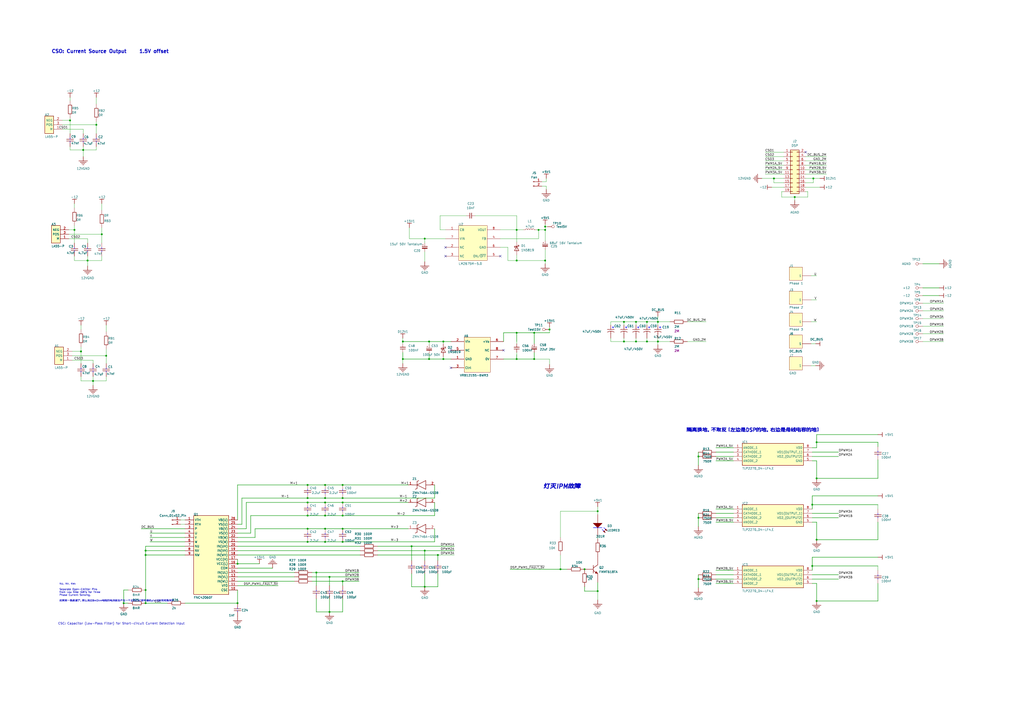
<source format=kicad_sch>
(kicad_sch (version 20230121) (generator eeschema)
  (paper "A2")
  (junction (at 84.455 342.265))
  (junction (at 405.13 264.795))
  (junction (at 312.42 133.35))
  (junction (at 198.755 306.705))
  (junction (at 368.935 186.69))
  (junction (at 198.755 299.085))
  (junction (at 188.595 291.465))
  (junction (at 248.92 208.28))
  (junction (at 188.595 299.085))
  (junction (at 198.755 281.305))
  (junction (at 461.01 114.3))
  (junction (at 309.88 193.04))
  (junction (at 55.88 72.39))
  (junction (at 299.72 133.35))
  (junction (at 381.635 198.12))
  (junction (at 473.71 277.495))
  (junction (at 178.435 291.465))
  (junction (at 405.13 300.355))
  (junction (at 191.135 334.645))
  (junction (at 84.455 321.945))
  (junction (at 198.755 288.925))
  (junction (at 178.435 288.925))
  (junction (at 375.285 186.69))
  (junction (at 71.755 349.885))
  (junction (at 381.635 186.69))
  (junction (at 188.595 314.325))
  (junction (at 316.23 133.35))
  (junction (at 53.975 220.98))
  (junction (at 137.795 327.025))
  (junction (at 178.435 281.305))
  (junction (at 316.23 151.13))
  (junction (at 188.595 306.705))
  (junction (at 375.285 198.12))
  (junction (at 43.18 133.35))
  (junction (at 40.64 69.85))
  (junction (at 233.68 208.28))
  (junction (at 254 321.945))
  (junction (at 473.71 348.615))
  (junction (at 198.755 291.465))
  (junction (at 299.72 208.28))
  (junction (at 325.12 330.2))
  (junction (at 238.76 316.865))
  (junction (at 361.95 186.69))
  (junction (at 191.135 354.965))
  (junction (at 84.455 319.405))
  (junction (at 178.435 299.085))
  (junction (at 471.17 292.735))
  (junction (at 233.68 198.12))
  (junction (at 178.435 314.325))
  (junction (at 84.455 349.885))
  (junction (at 473.71 256.54))
  (junction (at 48.26 86.995))
  (junction (at 178.435 306.705))
  (junction (at 61.595 206.375))
  (junction (at 50.8 151.13))
  (junction (at 246.38 340.36))
  (junction (at 368.935 198.12))
  (junction (at 137.795 349.885))
  (junction (at 448.945 103.505))
  (junction (at 188.595 281.305))
  (junction (at 471.17 328.295))
  (junction (at 316.23 131.445))
  (junction (at 346.71 342.9))
  (junction (at 339.09 330.2))
  (junction (at 318.77 191.135))
  (junction (at 188.595 288.925))
  (junction (at 246.38 138.43))
  (junction (at 299.72 151.13))
  (junction (at 473.71 313.055))
  (junction (at 257.175 198.12))
  (junction (at 198.755 337.185))
  (junction (at 309.88 208.28))
  (junction (at 59.055 135.89))
  (junction (at 246.38 319.405))
  (junction (at 198.755 314.325))
  (junction (at 299.72 193.04))
  (junction (at 471.805 103.505))
  (junction (at 46.99 203.835))
  (junction (at 361.95 198.12))
  (junction (at 346.71 296.545))
  (junction (at 183.515 332.105))
  (junction (at 405.13 335.915))
  (junction (at 248.92 198.12))
  (junction (at 257.175 208.28))
  (no_connect (at 290.195 148.59))
  (no_connect (at 261.62 213.36))
  (no_connect (at 261.62 203.2))
  (no_connect (at 292.1 203.2))
  (no_connect (at 467.36 88.265))
  (no_connect (at 258.445 143.51))
  (no_connect (at 258.445 148.59))
  (wire (pts (xy 509.27 302.895) (xy 509.27 313.055)) (stroke (width 0.254)))
  (wire (pts (xy 188.595 306.705) (xy 198.755 306.705)) (stroke (width 0.254)))
  (wire (pts (xy 381.635 198.12) (xy 381.635 200.025)))
  (wire (pts (xy 292.1 193.04) (xy 299.72 193.04)) (stroke (width 0.254)))
  (wire (pts (xy 43.18 133.35) (xy 43.18 140.97)))
  (wire (pts (xy 188.595 299.085) (xy 178.435 299.085)) (stroke (width 0.254)))
  (wire (pts (xy 471.17 297.815) (xy 486.41 297.815)) (stroke (width 0.254)))
  (wire (pts (xy 48.26 86.995) (xy 55.88 86.995)))
  (wire (pts (xy 59.055 118.11) (xy 59.055 121.92)))
  (wire (pts (xy 471.17 292.735) (xy 471.17 295.275)) (stroke (width 0.254)))
  (wire (pts (xy 454.66 111.125) (xy 453.39 111.125)))
  (wire (pts (xy 236.855 281.305) (xy 198.755 281.305)) (stroke (width 0.254)))
  (wire (pts (xy 544.83 167.005) (xy 535.305 167.005)) (stroke (width 0.254)))
  (wire (pts (xy 473.71 348.615) (xy 509.27 348.615)) (stroke (width 0.254)))
  (wire (pts (xy 48.26 74.93) (xy 36.195 74.93)))
  (wire (pts (xy 299.72 151.13) (xy 316.23 151.13)))
  (wire (pts (xy 509.27 328.295) (xy 509.27 330.835)))
  (wire (pts (xy 178.435 288.925) (xy 140.335 288.925)) (stroke (width 0.254)))
  (wire (pts (xy 46.99 201.295) (xy 46.99 203.835)))
  (wire (pts (xy 46.99 203.835) (xy 41.91 203.835)))
  (wire (pts (xy 246.38 340.36) (xy 254 340.36)) (stroke (width 0.254)))
  (wire (pts (xy 158.115 329.565) (xy 137.795 329.565)) (stroke (width 0.254)))
  (wire (pts (xy 43.18 118.11) (xy 43.18 120.65)))
  (wire (pts (xy 180.975 334.645) (xy 191.135 334.645)) (stroke (width 0.254)))
  (wire (pts (xy 248.92 205.105) (xy 248.92 207.01)))
  (wire (pts (xy 40.64 85.09) (xy 40.64 86.995)))
  (wire (pts (xy 299.72 133.35) (xy 303.53 133.35)))
  (wire (pts (xy 405.13 335.915) (xy 405.13 340.995)) (stroke (width 0.254)))
  (wire (pts (xy 443.865 100.965) (xy 454.66 100.965)))
  (wire (pts (xy 346.71 294.005) (xy 346.71 296.545)))
  (wire (pts (xy 191.135 339.725) (xy 191.135 334.645)) (stroke (width 0.254)))
  (wire (pts (xy 40.64 56.515) (xy 40.64 58.42)))
  (wire (pts (xy 246.38 319.405) (xy 263.525 319.405)) (stroke (width 0.254)))
  (wire (pts (xy 316.23 131.445) (xy 316.23 130.175)))
  (wire (pts (xy 415.29 300.355) (xy 425.45 300.355)) (stroke (width 0.254)))
  (wire (pts (xy 55.88 56.515) (xy 55.88 60.325)))
  (wire (pts (xy 50.8 140.97) (xy 50.8 138.43)))
  (wire (pts (xy 43.18 151.13) (xy 50.8 151.13)))
  (wire (pts (xy 59.055 148.59) (xy 59.055 151.13)))
  (wire (pts (xy 325.12 330.2) (xy 295.91 330.2)) (stroke (width 0.254)))
  (wire (pts (xy 40.64 69.85) (xy 36.195 69.85)))
  (wire (pts (xy 473.71 313.055) (xy 509.27 313.055)) (stroke (width 0.254)))
  (wire (pts (xy 535.305 180.34) (xy 547.37 180.34)))
  (wire (pts (xy 461.01 114.3) (xy 461.01 116.205)))
  (wire (pts (xy 471.805 106.045) (xy 471.805 103.505)))
  (wire (pts (xy 238.76 340.36) (xy 246.38 340.36)) (stroke (width 0.254)))
  (wire (pts (xy 447.675 108.585) (xy 454.66 108.585)))
  (wire (pts (xy 309.88 193.04) (xy 318.77 193.04)) (stroke (width 0.254)))
  (wire (pts (xy 448.945 106.045) (xy 454.66 106.045)))
  (wire (pts (xy 53.975 218.44) (xy 53.975 220.98)))
  (wire (pts (xy 104.775 301.625) (xy 107.315 301.625)))
  (wire (pts (xy 471.17 287.655) (xy 471.17 292.735)) (stroke (width 0.254)))
  (wire (pts (xy 368.935 186.69) (xy 375.285 186.69)))
  (wire (pts (xy 467.36 95.885) (xy 479.425 95.885)))
  (wire (pts (xy 316.23 133.35) (xy 316.23 139.7)))
  (wire (pts (xy 178.435 299.085) (xy 145.415 299.085)) (stroke (width 0.254)))
  (wire (pts (xy 40.64 86.995) (xy 48.26 86.995)))
  (wire (pts (xy 41.91 206.375) (xy 61.595 206.375)))
  (wire (pts (xy 405.13 297.815) (xy 405.13 300.355)) (stroke (width 0.254)))
  (wire (pts (xy 299.72 125.095) (xy 299.72 133.35)))
  (wire (pts (xy 198.755 299.085) (xy 188.595 299.085)) (stroke (width 0.254)))
  (wire (pts (xy 318.77 191.135) (xy 318.77 193.04)))
  (wire (pts (xy 299.72 147.955) (xy 299.72 151.13)))
  (wire (pts (xy 46.99 203.835) (xy 46.99 210.82)))
  (wire (pts (xy 233.68 208.28) (xy 233.68 210.82)))
  (wire (pts (xy 246.38 138.43) (xy 258.445 138.43)))
  (wire (pts (xy 467.36 103.505) (xy 471.805 103.505)))
  (wire (pts (xy 59.055 135.89) (xy 59.055 140.97)))
  (wire (pts (xy 309.88 204.47) (xy 309.88 208.28)) (stroke (width 0.254)))
  (wire (pts (xy 473.71 252.095) (xy 509.27 252.095)) (stroke (width 0.254)))
  (wire (pts (xy 191.135 347.345) (xy 191.135 354.965)) (stroke (width 0.254)))
  (wire (pts (xy 145.415 309.245) (xy 137.795 309.245)) (stroke (width 0.254)))
  (wire (pts (xy 473.71 252.095) (xy 473.71 256.54)) (stroke (width 0.254)))
  (wire (pts (xy 61.595 206.375) (xy 61.595 210.82)))
  (wire (pts (xy 346.71 311.15) (xy 346.71 312.42)))
  (wire (pts (xy 339.09 342.9) (xy 346.71 342.9)) (stroke (width 0.254)))
  (wire (pts (xy 84.455 321.945) (xy 84.455 342.265)) (stroke (width 0.254)))
  (wire (pts (xy 535.305 198.12) (xy 547.37 198.12)))
  (wire (pts (xy 290.195 138.43) (xy 312.42 138.43)))
  (wire (pts (xy 55.88 72.39) (xy 36.195 72.39)))
  (wire (pts (xy 299.72 208.28) (xy 292.1 208.28)) (stroke (width 0.254)))
  (wire (pts (xy 170.815 337.185) (xy 137.795 337.185)) (stroke (width 0.254)))
  (wire (pts (xy 405.13 264.795) (xy 405.13 269.875)) (stroke (width 0.254)))
  (wire (pts (xy 471.17 333.375) (xy 486.41 333.375)) (stroke (width 0.254)))
  (wire (pts (xy 405.13 300.355) (xy 405.13 305.435)) (stroke (width 0.254)))
  (wire (pts (xy 473.71 173.99) (xy 470.535 173.99)))
  (wire (pts (xy 509.27 266.7) (xy 509.27 277.495)) (stroke (width 0.254)))
  (wire (pts (xy 299.72 205.74) (xy 299.72 208.28)) (stroke (width 0.254)))
  (wire (pts (xy 53.975 220.98) (xy 53.975 223.52)))
  (wire (pts (xy 468.63 111.125) (xy 467.36 111.125)))
  (wire (pts (xy 43.18 133.35) (xy 40.005 133.35)))
  (wire (pts (xy 137.795 321.945) (xy 208.915 321.945)) (stroke (width 0.254)))
  (wire (pts (xy 50.8 151.13) (xy 50.8 154.305)))
  (wire (pts (xy 354.33 186.69) (xy 361.95 186.69)))
  (wire (pts (xy 46.99 218.44) (xy 46.99 220.98)))
  (wire (pts (xy 140.335 288.925) (xy 140.335 304.165)) (stroke (width 0.254)))
  (wire (pts (xy 84.455 319.405) (xy 84.455 321.945)) (stroke (width 0.254)))
  (wire (pts (xy 261.62 198.12) (xy 257.175 198.12)) (stroke (width 0.254)))
  (wire (pts (xy 453.39 114.3) (xy 461.01 114.3)))
  (wire (pts (xy 104.775 304.165) (xy 107.315 304.165)))
  (wire (pts (xy 107.315 311.785) (xy 86.995 311.785)) (stroke (width 0.254)))
  (wire (pts (xy 61.595 220.98) (xy 53.975 220.98)))
  (wire (pts (xy 473.71 256.54) (xy 473.71 259.715)) (stroke (width 0.254)))
  (wire (pts (xy 183.515 347.345) (xy 183.515 354.965)) (stroke (width 0.254)))
  (wire (pts (xy 544.83 171.45) (xy 535.305 171.45)) (stroke (width 0.254)))
  (wire (pts (xy 425.45 297.815) (xy 415.29 297.815)) (stroke (width 0.254)))
  (wire (pts (xy 46.99 188.595) (xy 46.99 191.135)))
  (wire (pts (xy 405.13 262.255) (xy 405.13 264.795)) (stroke (width 0.254)))
  (wire (pts (xy 41.91 208.915) (xy 53.975 208.915)))
  (wire (pts (xy 318.77 211.455) (xy 318.77 208.28)))
  (wire (pts (xy 183.515 332.105) (xy 208.28 332.105)) (stroke (width 0.254)))
  (wire (pts (xy 198.755 288.925) (xy 188.595 288.925)) (stroke (width 0.254)))
  (wire (pts (xy 81.915 306.705) (xy 107.315 306.705)) (stroke (width 0.254)))
  (wire (pts (xy 50.8 148.59) (xy 50.8 151.13)))
  (wire (pts (xy 61.595 218.44) (xy 61.595 220.98)))
  (wire (pts (xy 219.075 321.945) (xy 254 321.945)) (stroke (width 0.254)))
  (wire (pts (xy 473.71 348.615) (xy 473.71 338.455)) (stroke (width 0.254)))
  (wire (pts (xy 292.1 198.12) (xy 292.1 193.04)) (stroke (width 0.254)))
  (wire (pts (xy 535.305 153.035) (xy 544.83 153.035)) (stroke (width 0.254)))
  (wire (pts (xy 361.95 188.595) (xy 361.95 186.69)))
  (wire (pts (xy 137.795 349.885) (xy 107.315 349.885)) (stroke (width 0.254)))
  (wire (pts (xy 375.285 186.69) (xy 381.635 186.69)))
  (wire (pts (xy 443.865 93.345) (xy 454.66 93.345)))
  (wire (pts (xy 107.315 319.405) (xy 84.455 319.405)) (stroke (width 0.254)))
  (wire (pts (xy 299.72 198.12) (xy 299.72 199.39)))
  (wire (pts (xy 237.49 138.43) (xy 246.38 138.43)))
  (wire (pts (xy 299.72 204.47) (xy 299.72 205.74)))
  (wire (pts (xy 137.795 306.705) (xy 142.875 306.705)) (stroke (width 0.254)))
  (wire (pts (xy 294.64 151.13) (xy 299.72 151.13)))
  (wire (pts (xy 237.49 132.08) (xy 237.49 138.43)))
  (wire (pts (xy 361.95 186.69) (xy 368.935 186.69)))
  (wire (pts (xy 425.45 333.375) (xy 415.29 333.375)) (stroke (width 0.254)))
  (wire (pts (xy 145.415 299.085) (xy 145.415 309.245)) (stroke (width 0.254)))
  (wire (pts (xy 328.93 330.2) (xy 325.12 330.2)) (stroke (width 0.254)))
  (wire (pts (xy 311.15 133.35) (xy 312.42 133.35)))
  (wire (pts (xy 473.71 267.335) (xy 471.17 267.335)) (stroke (width 0.254)))
  (wire (pts (xy 415.29 335.915) (xy 425.45 335.915)) (stroke (width 0.254)))
  (wire (pts (xy 425.45 295.275) (xy 415.29 295.275)) (stroke (width 0.254)))
  (wire (pts (xy 425.45 262.255) (xy 415.29 262.255)) (stroke (width 0.254)))
  (wire (pts (xy 198.755 339.725) (xy 198.755 337.185)) (stroke (width 0.254)))
  (wire (pts (xy 137.795 327.025) (xy 137.795 324.485)) (stroke (width 0.254)))
  (wire (pts (xy 219.075 316.865) (xy 238.76 316.865)) (stroke (width 0.254)))
  (wire (pts (xy 147.955 311.785) (xy 147.955 306.705)) (stroke (width 0.254)))
  (wire (pts (xy 473.075 199.39) (xy 470.535 199.39)))
  (wire (pts (xy 398.78 198.12) (xy 409.575 198.12)))
  (wire (pts (xy 473.71 302.895) (xy 471.17 302.895)) (stroke (width 0.254)))
  (wire (pts (xy 198.755 314.325) (xy 252.095 314.325)) (stroke (width 0.254)))
  (wire (pts (xy 346.71 296.545) (xy 346.71 298.45)))
  (wire (pts (xy 425.45 267.335) (xy 415.29 267.335)) (stroke (width 0.254)))
  (wire (pts (xy 43.18 130.81) (xy 43.18 133.35)))
  (wire (pts (xy 368.935 196.215) (xy 368.935 198.12)))
  (wire (pts (xy 257.175 208.28) (xy 248.92 208.28)) (stroke (width 0.254)))
  (wire (pts (xy 55.88 85.09) (xy 55.88 86.995)))
  (wire (pts (xy 471.17 323.215) (xy 471.17 328.295)) (stroke (width 0.254)))
  (wire (pts (xy 208.915 319.405) (xy 137.795 319.405)) (stroke (width 0.254)))
  (wire (pts (xy 473.71 277.495) (xy 473.71 267.335)) (stroke (width 0.254)))
  (wire (pts (xy 137.795 311.785) (xy 147.955 311.785)) (stroke (width 0.254)))
  (wire (pts (xy 183.515 354.965) (xy 191.135 354.965)) (stroke (width 0.254)))
  (wire (pts (xy 59.055 132.08) (xy 59.055 135.89)))
  (wire (pts (xy 142.875 306.705) (xy 142.875 291.465)) (stroke (width 0.254)))
  (wire (pts (xy 509.27 292.735) (xy 471.17 292.735)) (stroke (width 0.254)))
  (wire (pts (xy 471.17 335.915) (xy 486.41 335.915)) (stroke (width 0.254)))
  (wire (pts (xy 339.09 340.36) (xy 339.09 342.9)) (stroke (width 0.254)))
  (wire (pts (xy 290.195 133.35) (xy 299.72 133.35)))
  (wire (pts (xy 59.055 151.13) (xy 50.8 151.13)))
  (wire (pts (xy 84.455 349.885) (xy 97.155 349.885)) (stroke (width 0.254)))
  (wire (pts (xy 71.755 342.265) (xy 71.755 349.885)) (stroke (width 0.254)))
  (wire (pts (xy 309.88 208.28) (xy 299.72 208.28)) (stroke (width 0.254)))
  (wire (pts (xy 233.68 198.12) (xy 233.68 199.39)))
  (wire (pts (xy 107.315 309.245) (xy 86.995 309.245)) (stroke (width 0.254)))
  (wire (pts (xy 74.295 342.265) (xy 71.755 342.265)) (stroke (width 0.254)))
  (wire (pts (xy 425.45 302.895) (xy 415.29 302.895)) (stroke (width 0.254)))
  (wire (pts (xy 137.795 342.265) (xy 137.795 349.885)) (stroke (width 0.254)))
  (wire (pts (xy 178.435 306.705) (xy 188.595 306.705)) (stroke (width 0.254)))
  (wire (pts (xy 346.71 342.9) (xy 346.71 337.82)) (stroke (width 0.254)))
  (wire (pts (xy 43.18 148.59) (xy 43.18 151.13)))
  (wire (pts (xy 198.755 281.305) (xy 188.595 281.305)) (stroke (width 0.254)))
  (wire (pts (xy 471.805 103.505) (xy 475.615 103.505)))
  (wire (pts (xy 255.27 125.095) (xy 255.27 133.35)))
  (wire (pts (xy 233.68 196.215) (xy 233.68 198.12)))
  (wire (pts (xy 425.45 259.715) (xy 415.29 259.715)) (stroke (width 0.254)))
  (wire (pts (xy 535.305 175.895) (xy 547.37 175.895)))
  (wire (pts (xy 198.755 337.185) (xy 208.28 337.185)) (stroke (width 0.254)))
  (wire (pts (xy 137.795 314.325) (xy 178.435 314.325)) (stroke (width 0.254)))
  (wire (pts (xy 178.435 314.325) (xy 188.595 314.325)) (stroke (width 0.254)))
  (wire (pts (xy 188.595 314.325) (xy 198.755 314.325)) (stroke (width 0.254)))
  (wire (pts (xy 198.755 291.465) (xy 236.855 291.465)) (stroke (width 0.254)))
  (wire (pts (xy 191.135 354.965) (xy 198.755 354.965)) (stroke (width 0.254)))
  (wire (pts (xy 467.36 93.345) (xy 479.425 93.345)))
  (wire (pts (xy 299.72 193.04) (xy 299.72 198.12)) (stroke (width 0.254)))
  (wire (pts (xy 188.595 288.925) (xy 178.435 288.925)) (stroke (width 0.254)))
  (wire (pts (xy 535.305 184.785) (xy 547.37 184.785)))
  (wire (pts (xy 473.71 313.055) (xy 473.71 302.895)) (stroke (width 0.254)))
  (wire (pts (xy 443.865 90.805) (xy 454.66 90.805)))
  (wire (pts (xy 248.92 208.28) (xy 248.92 207.01)) (stroke (width 0.254)))
  (wire (pts (xy 55.88 72.39) (xy 55.88 77.47)))
  (wire (pts (xy 316.23 133.35) (xy 316.23 131.445)))
  (wire (pts (xy 40.64 69.85) (xy 40.64 77.47)))
  (wire (pts (xy 325.12 296.545) (xy 346.71 296.545)))
  (wire (pts (xy 381.635 183.515) (xy 381.635 186.69)))
  (wire (pts (xy 238.76 332.74) (xy 238.76 340.36)) (stroke (width 0.254)))
  (wire (pts (xy 535.305 189.23) (xy 547.37 189.23)))
  (wire (pts (xy 252.095 299.085) (xy 198.755 299.085)) (stroke (width 0.254)))
  (wire (pts (xy 53.975 208.915) (xy 53.975 210.82)))
  (wire (pts (xy 142.875 291.465) (xy 178.435 291.465)) (stroke (width 0.254)))
  (wire (pts (xy 468.63 114.3) (xy 468.63 111.125)))
  (wire (pts (xy 509.27 338.455) (xy 509.27 348.615)) (stroke (width 0.254)))
  (wire (pts (xy 425.45 330.835) (xy 415.29 330.835)) (stroke (width 0.254)))
  (wire (pts (xy 290.195 143.51) (xy 294.64 143.51)))
  (wire (pts (xy 299.72 193.04) (xy 309.88 193.04)) (stroke (width 0.254)))
  (wire (pts (xy 61.595 202.565) (xy 61.595 206.375)))
  (wire (pts (xy 219.075 319.405) (xy 246.38 319.405)) (stroke (width 0.254)))
  (wire (pts (xy 375.285 186.69) (xy 375.285 188.595)))
  (wire (pts (xy 254 321.945) (xy 263.525 321.945)))
  (wire (pts (xy 246.38 332.74) (xy 246.38 340.36)) (stroke (width 0.254)))
  (wire (pts (xy 299.72 133.35) (xy 299.72 140.335)))
  (wire (pts (xy 317.5 131.445) (xy 316.23 131.445)))
  (wire (pts (xy 180.975 337.185) (xy 198.755 337.185)) (stroke (width 0.254)))
  (wire (pts (xy 318.77 189.865) (xy 318.77 191.135)))
  (wire (pts (xy 509.27 256.54) (xy 509.27 259.08)) (stroke (width 0.254)))
  (wire (pts (xy 46.99 220.98) (xy 53.975 220.98)))
  (wire (pts (xy 238.76 316.865) (xy 238.76 325.12)) (stroke (width 0.254)))
  (wire (pts (xy 467.36 108.585) (xy 475.615 108.585)))
  (wire (pts (xy 443.865 88.265) (xy 454.66 88.265)))
  (wire (pts (xy 325.12 311.785) (xy 325.12 296.545)))
  (wire (pts (xy 441.96 103.505) (xy 448.945 103.505)))
  (wire (pts (xy 233.68 208.28) (xy 248.92 208.28)) (stroke (width 0.254)))
  (wire (pts (xy 233.68 204.47) (xy 233.68 208.28)) (stroke (width 0.254)))
  (wire (pts (xy 535.305 193.675) (xy 547.37 193.675)))
  (wire (pts (xy 461.01 114.3) (xy 468.63 114.3)))
  (wire (pts (xy 183.515 332.105) (xy 183.515 339.725)) (stroke (width 0.254)))
  (wire (pts (xy 238.76 316.865) (xy 263.525 316.865)) (stroke (width 0.254)))
  (wire (pts (xy 150.495 327.025) (xy 137.795 327.025)) (stroke (width 0.254)))
  (wire (pts (xy 191.135 334.645) (xy 208.28 334.645)) (stroke (width 0.254)))
  (wire (pts (xy 398.78 186.69) (xy 409.575 186.69)))
  (wire (pts (xy 71.755 349.885) (xy 74.295 349.885)) (stroke (width 0.254)))
  (wire (pts (xy 448.945 103.505) (xy 448.945 106.045)))
  (wire (pts (xy 252.095 291.465) (xy 252.095 299.085)) (stroke (width 0.254)))
  (wire (pts (xy 443.865 95.885) (xy 454.66 95.885)))
  (wire (pts (xy 509.27 323.215) (xy 471.17 323.215)) (stroke (width 0.254)))
  (wire (pts (xy 354.33 196.215) (xy 354.33 198.12)))
  (wire (pts (xy 467.36 106.045) (xy 471.805 106.045)))
  (wire (pts (xy 425.45 338.455) (xy 415.29 338.455)) (stroke (width 0.254)))
  (wire (pts (xy 314.325 107.95) (xy 316.865 107.95)))
  (wire (pts (xy 252.095 314.325) (xy 252.095 306.705)) (stroke (width 0.254)))
  (wire (pts (xy 178.435 291.465) (xy 188.595 291.465)) (stroke (width 0.254)))
  (wire (pts (xy 375.285 198.12) (xy 381.635 198.12)))
  (wire (pts (xy 257.175 198.12) (xy 248.92 198.12)) (stroke (width 0.254)))
  (wire (pts (xy 178.435 281.305) (xy 137.795 281.305)) (stroke (width 0.254)))
  (wire (pts (xy 198.755 306.705) (xy 236.855 306.705)) (stroke (width 0.254)))
  (wire (pts (xy 84.455 316.865) (xy 84.455 319.405)) (stroke (width 0.254)))
  (wire (pts (xy 470.535 186.69) (xy 473.71 186.69)))
  (wire (pts (xy 294.64 143.51) (xy 294.64 151.13)))
  (wire (pts (xy 316.865 105.41) (xy 316.865 103.505)))
  (wire (pts (xy 325.12 321.945) (xy 325.12 330.2)))
  (wire (pts (xy 509.27 256.54) (xy 473.71 256.54)) (stroke (width 0.254)))
  (wire (pts (xy 471.17 264.795) (xy 486.41 264.795)) (stroke (width 0.254)))
  (wire (pts (xy 316.23 151.13) (xy 316.23 153.035)))
  (wire (pts (xy 473.075 212.09) (xy 470.535 212.09)))
  (wire (pts (xy 257.175 198.12) (xy 257.175 199.39)))
  (wire (pts (xy 188.595 281.305) (xy 178.435 281.305)) (stroke (width 0.254)))
  (wire (pts (xy 140.335 304.165) (xy 137.795 304.165)) (stroke (width 0.254)))
  (wire (pts (xy 188.595 291.465) (xy 198.755 291.465)) (stroke (width 0.254)))
  (wire (pts (xy 246.38 138.43) (xy 246.38 140.97)))
  (wire (pts (xy 318.77 208.28) (xy 309.88 208.28)))
  (wire (pts (xy 248.92 198.12) (xy 248.92 200.025)))
  (wire (pts (xy 246.38 319.405) (xy 246.38 325.12)) (stroke (width 0.254)))
  (wire (pts (xy 381.635 186.69) (xy 381.635 188.595)))
  (wire (pts (xy 471.17 300.355) (xy 486.41 300.355)) (stroke (width 0.254)))
  (wire (pts (xy 48.26 85.09) (xy 48.26 86.995)))
  (wire (pts (xy 254 340.36) (xy 254 332.74)) (stroke (width 0.254)))
  (wire (pts (xy 161.29 339.725) (xy 137.795 339.725)) (stroke (width 0.254)))
  (wire (pts (xy 471.17 328.295) (xy 471.17 330.835)) (stroke (width 0.254)))
  (wire (pts (xy 443.865 98.425) (xy 454.66 98.425)))
  (wire (pts (xy 107.315 321.945) (xy 84.455 321.945)) (stroke (width 0.254)))
  (wire (pts (xy 208.915 316.865) (xy 137.795 316.865)) (stroke (width 0.254)))
  (wire (pts (xy 137.795 281.305) (xy 137.795 301.625)) (stroke (width 0.254)))
  (wire (pts (xy 275.59 125.095) (xy 299.72 125.095)))
  (wire (pts (xy 59.055 135.89) (xy 40.005 135.89)))
  (wire (pts (xy 170.815 332.105) (xy 137.795 332.105)) (stroke (width 0.254)))
  (wire (pts (xy 170.815 334.645) (xy 137.795 334.645)) (stroke (width 0.254)))
  (wire (pts (xy 471.17 262.255) (xy 486.41 262.255)) (stroke (width 0.254)))
  (wire (pts (xy 270.51 125.095) (xy 255.27 125.095)))
  (wire (pts (xy 316.865 107.95) (xy 316.865 109.855)))
  (wire (pts (xy 50.8 138.43) (xy 40.005 138.43)))
  (wire (pts (xy 86.995 314.325) (xy 107.315 314.325)) (stroke (width 0.254)))
  (wire (pts (xy 354.33 188.595) (xy 354.33 186.69)))
  (wire (pts (xy 312.42 138.43) (xy 312.42 133.35)))
  (wire (pts (xy 314.325 105.41) (xy 316.865 105.41)))
  (wire (pts (xy 473.71 338.455) (xy 471.17 338.455)) (stroke (width 0.254)))
  (wire (pts (xy 368.935 198.12) (xy 375.285 198.12)))
  (wire (pts (xy 467.36 98.425) (xy 479.425 98.425)))
  (wire (pts (xy 248.92 198.12) (xy 233.68 198.12)) (stroke (width 0.254)))
  (wire (pts (xy 473.71 160.02) (xy 470.535 160.02)))
  (wire (pts (xy 354.33 198.12) (xy 361.95 198.12)))
  (wire (pts (xy 467.36 100.965) (xy 479.425 100.965)))
  (wire (pts (xy 448.945 103.505) (xy 454.66 103.505)))
  (wire (pts (xy 183.515 332.105) (xy 180.975 332.105)) (stroke (width 0.254)))
  (wire (pts (xy 509.27 328.295) (xy 471.17 328.295)) (stroke (width 0.254)))
  (wire (pts (xy 198.755 354.965) (xy 198.755 347.345)) (stroke (width 0.254)))
  (wire (pts (xy 467.36 90.805) (xy 479.425 90.805)))
  (wire (pts (xy 316.23 144.78) (xy 316.23 151.13)))
  (wire (pts (xy 312.42 133.35) (xy 316.23 133.35)))
  (wire (pts (xy 509.27 287.655) (xy 471.17 287.655)) (stroke (width 0.254)))
  (wire (pts (xy 346.71 342.9) (xy 346.71 347.98)))
  (wire (pts (xy 40.64 68.58) (xy 40.64 69.85)))
  (wire (pts (xy 107.315 316.865) (xy 84.455 316.865)) (stroke (width 0.254)))
  (wire (pts (xy 261.62 208.28) (xy 257.175 208.28)) (stroke (width 0.254)))
  (wire (pts (xy 147.955 306.705) (xy 178.435 306.705)) (stroke (width 0.254)))
  (wire (pts (xy 415.29 264.795) (xy 425.45 264.795)) (stroke (width 0.254)))
  (wire (pts (xy 473.71 277.495) (xy 509.27 277.495)) (stroke (width 0.254)))
  (wire (pts (xy 453.39 111.125) (xy 453.39 114.3)))
  (wire (pts (xy 381.635 186.69) (xy 388.62 186.69)))
  (wire (pts (xy 252.095 288.925) (xy 198.755 288.925)) (stroke (width 0.254)))
  (wire (pts (xy 509.27 292.735) (xy 509.27 295.275)))
  (wire (pts (xy 381.635 198.12) (xy 388.62 198.12)))
  (wire (pts (xy 309.88 193.04) (xy 309.88 199.39)) (stroke (width 0.254)))
  (wire (pts (xy 405.13 333.375) (xy 405.13 335.915)) (stroke (width 0.254)))
  (wire (pts (xy 55.88 70.485) (xy 55.88 72.39)))
  (wire (pts (xy 246.38 146.05) (xy 246.38 151.765)))
  (wire (pts (xy 257.175 207.01) (xy 257.175 208.28)))
  (wire (pts (xy 48.26 86.995) (xy 48.26 90.805)))
  (wire (pts (xy 84.455 342.265) (xy 84.455 349.885)) (stroke (width 0.254)))
  (wire (pts (xy 471.17 259.715) (xy 473.71 259.715)) (stroke (width 0.254)))
  (wire (pts (xy 255.27 133.35) (xy 258.445 133.35)))
  (wire (pts (xy 48.26 77.47) (xy 48.26 74.93)))
  (wire (pts (xy 252.095 281.305) (xy 252.095 288.925)) (stroke (width 0.254)))
  (wire (pts (xy 375.285 196.215) (xy 375.285 198.12)))
  (wire (pts (xy 361.95 198.12) (xy 368.935 198.12)))
  (wire (pts (xy 61.595 188.595) (xy 61.595 192.405)))
  (wire (pts (xy 381.635 196.215) (xy 381.635 198.12)))
  (wire (pts (xy 368.935 186.69) (xy 368.935 188.595)))
  (wire (pts (xy 361.95 196.215) (xy 361.95 198.12)))
  (wire (pts (xy 254 321.945) (xy 254 325.12)) (stroke (width 0.254)))
  (text_box "NU, NV, NW:\n\nSeparate Open−Emitter Pins from Low Side IGBTs for Three Phase Current Sensing.\n\n如果某一路直通了，那么流过8mOhm电阻的电流就会产生一个正的CSC信号通给pin10实现短路保护\n" (at 33.655 337.185 0) (size 25.4 20.32) (stroke (width -0.0001) (color 0 0 0 1)) (fill (type color) (color 255 255 255 1)) (effects (font (size 1.016 1.016)) (justify left top)))
  (text "CSC: Capacitor (Low−Pass Filter) for Short−circuit Current Detection Input" (at 33.655 362.585 0) (effects (font (size 1.27 1.27)) (justify left bottom)))
  (text "1.5V offset" (at 80.645 31.115 0) (effects (font (size 2.032 2.032) bold) (justify left bottom)))
  (text "灯灭IPM故障" (at 314.96 283.845 0) (effects (font (size 2.54 2.54) bold italic) (justify left bottom)))
  (text "CSO: Current Source Output" (at 29.845 31.115 0) (effects (font (size 2.032 2.032) bold) (justify left bottom)))
  (text "隔离换地，不取反（左边是DSP的地，右边是母线电容的地）" (at 398.145 250.825 0) (effects (font (size 2.032 2.032) bold) (justify left bottom)))
  (label "PWM2B_5V" (at 479.425 98.425 180))
  (label "U" (at 473.71 160.02 180))
  (label "DC_BUS_2M" (at 409.575 186.69 180))
  (label "OPWM1A" (at 486.41 262.255 180))
  (label "W" (at 473.71 186.69 180))
  (label "DC_BUS" (at 81.915 306.705 180))
  (label "PWM3A_5V" (at 415.29 295.275 180))
  (label "OPWM1A" (at 547.37 175.895 180))
  (label "PWM3A_5V" (at 443.865 100.965 0))
  (label "M+1" (at 232.655 281.305 180))
  (label "PWM1A_5V" (at 443.865 95.885 0))
  (label "OPWM2A" (at 263.525 319.405 180))
  (label "M-1" (at 231.775 288.925 180))
  (label "PWM2B_5V" (at 415.29 330.835 180))
  (label "OPWM3A" (at 547.37 184.785 180))
  (label "OPWM2B" (at 208.28 334.645 180))
  (label "CSO2" (at 443.865 90.805 0))
  (label "V" (at 86.995 311.785 180))
  (label "DC_BUS_2M" (at 479.425 90.805 180))
  (label "PWM1B_5V" (at 415.29 302.895 180))
  (label "OPWM1B" (at 547.37 189.23 180))
  (label "OPWM1B" (at 486.41 300.355 180))
  (label "PWM3B_5V" (at 479.425 100.965 180))
  (label "OPWM3A" (at 263.525 321.945 180))
  (label "CSC" (at 89.535 349.885 180))
  (label "M-1" (at 163.195 288.925 180))
  (label "V" (at 473.71 173.99 180))
  (label "GND_2M" (at 409.575 198.12 180))
  (label "M+1" (at 168.275 281.305 180))
  (label "PWM3B_5V" (at 415.29 338.455 180))
  (label "DSP_PWM1_~{FAULT_5V}" (at 295.91 330.2 180))
  (label "PWM1B_5V" (at 479.425 95.885 180))
  (label "CSO3" (at 48.26 208.915 180))
  (label "M+2" (at 231.775 291.465 180))
  (label "OPWM3A" (at 486.41 297.815 180))
  (label "OPWM2A" (at 547.37 180.34 180))
  (label "M+3" (at 226.695 306.705 180))
  (label "M-3" (at 226.695 314.325 180))
  (label "DSP_PWM1_~{FAULT_5V}" (at 161.29 339.725 180))
  (label "OPWM2B" (at 547.37 193.675 180))
  (label "OPWM1B" (at 208.28 332.105 180))
  (label "M-2" (at 230.46 299.085 180))
  (label "CSO3" (at 443.865 93.345 0))
  (label "OPWM1A" (at 263.525 316.865 180))
  (label "CSO1" (at 39.37 74.93 180))
  (label "U" (at 86.995 309.245 180))
  (label "OPWM3B" (at 208.28 337.185 180))
  (label "CSO1" (at 443.865 88.265 0))
  (label "CSO2" (at 41.275 138.43 0))
  (label "W" (at 86.995 314.325 180))
  (label "OPWM3B" (at 547.37 198.12 180))
  (label "GND_2M" (at 479.425 93.345 180))
  (label "PWM2A_5V" (at 443.865 98.425 0))
  (label "PWM1A_5V" (at 415.29 259.715 180))
  (label "OPWM2B" (at 486.41 333.375 180))
  (label "PWM2A_5V" (at 415.29 267.335 180))
  (label "OPWM2A" (at 486.41 264.795 180))
  (label "OPWM3B" (at 486.41 335.915 180))
  (symbol (lib_id "inverter-altium-import:root_0_TLP2270_D4-LF4,E") (at 425.45 259.715 0) (unit 1)
    (property "Reference" "IC1" (at 430.53 257.175 0) (effects (justify left bottom)))
    (property "Value" "TLP2270_D4-LF4,E" (at 430.53 272.415 0) (effects (justify left bottom)))
    (property "Footprint" "Package_SO:SOIC-8_7.5x5.85mm_P1.27mm" (effects hide))
    (property "DATASHEET LINK" "http://toshiba.semicon-storage.com/info/docget.jsp?did=54624&prodName=TLP2270" (effects hide))
    (property "HEIGHT" "2.2mm" (effects hide))
    (property "MANUFACTURER_NAME" "Toshiba" (effects hide))
    (property "MANUFACTURER_PART_NUMBER" "TLP2270(D4-LF4,E" (effects hide))
    (property "MOUSER PART NUMBER" "757-TLP2270D4-LF4E" (effects hide))
    (property "MOUSER PRICE/STOCK" "https://www.mouser.co.uk/ProductDetail/Toshiba/TLP2270D4-LF4E?qs=byeeYqUIh0MHPEM80CcHUQ%3D%3D" (effects hide))
    (property "ARROW PART NUMBER" "TLP2270(D4-LF4,E" (effects hide))
    (property "ARROW PRICE/STOCK" "https://www.arrow.com/en/products/tlp2270-d4-lf4e/toshiba" (effects hide))
  )
  (symbol (lib_id "inverter-altium-import:root_0_TLP2270_D4-LF4,E") (at 425.45 330.835 0) (unit 1)
    (property "Reference" "IC3" (at 430.53 328.295 0) (effects (justify left bottom)))
    (property "Value" "TLP2270_D4-LF4,E" (at 430.53 343.535 0) (effects (justify left bottom)))
    (property "Footprint" "Package_SO:SOIC-8_7.5x5.85mm_P1.27mm" (effects hide))
    (property "DATASHEET LINK" "http://toshiba.semicon-storage.com/info/docget.jsp?did=54624&prodName=TLP2270" (effects hide))
    (property "HEIGHT" "2.2mm" (effects hide))
    (property "MANUFACTURER_NAME" "Toshiba" (effects hide))
    (property "MANUFACTURER_PART_NUMBER" "TLP2270(D4-LF4,E" (effects hide))
    (property "MOUSER PART NUMBER" "757-TLP2270D4-LF4E" (effects hide))
    (property "MOUSER PRICE/STOCK" "https://www.mouser.co.uk/ProductDetail/Toshiba/TLP2270D4-LF4E?qs=byeeYqUIh0MHPEM80CcHUQ%3D%3D" (effects hide))
    (property "ARROW PART NUMBER" "TLP2270(D4-LF4,E" (effects hide))
    (property "ARROW PRICE/STOCK" "https://www.arrow.com/en/products/tlp2270-d4-lf4e/toshiba" (effects hide))
  )
  (symbol (lib_id "inverter-altium-import:root_2_Res2") (at 412.75 335.915 0) (unit 1)
    (property "Reference" "R22" (at 407.67 332.359 0) (effects (justify left bottom)))
    (property "Value" "750R" (at 407.67 336.931 0) (effects (justify left bottom)))
    (property "Footprint" "Resistor_SMD:R_0603_1608Metric" (effects hide))
    (property "PUBLISHED" "8-Jun-2000" (effects hide))
    (property "LATESTREVISIONDATE" "17-Jul-2002" (effects hide))
    (property "LATESTREVISIONNOTE" "Re-released for DXP Platform." (effects hide))
    (property "PUBLISHER" "Altium Limited" (effects hide))
  )
  (symbol (lib_id "SensorLEM-altium-import:root_2_LA55-P") (at 32.385 135.89 0) (unit 1)
    (property "Reference" "A3" (at 29.845 130.81 0) (effects (justify left bottom)))
    (property "Value" "LA55-P" (at 29.845 143.51 0) (effects (justify left bottom)))
    (property "Footprint" "inverter_lib:XDCR_LA55-P" (effects hide))
    (property "MP" "LA 55-P" (effects hide))
    (property "AVAILABILITY" "Unavailable" (effects hide))
    (property "SNAPEDA_LINK" "https://www.snapeda.com/parts/LA%2055-P/LEM%20USA%20Inc./view-part/38924/?ref=snap" (effects hide))
    (property "ALTIUM_VALUE" "*" (effects hide))
    (property "PACKAGE" "Module LEM USA" (effects hide))
    (property "PRICE" "None" (effects hide))
    (property "MF" "LEM USA" (effects hide))
  )
  (symbol (lib_id "inverter-altium-import:+15V1") (at 318.77 189.865 180) (unit 1)
    (property "Reference" "#PWR072" (effects hide))
    (property "Value" "+15V1" (at 318.77 186.055 0))
  )
  (symbol (lib_id "inverter-altium-import:root_2_Res2") (at 327.66 314.325 90) (unit 1)
    (property "Reference" "R33" (at 322.58 314.325 90) (effects (justify left bottom)))
    (property "Value" "10K" (at 322.2625 317.1825 90) (effects (justify left bottom)))
    (property "Footprint" "Resistor_SMD:R_0603_1608Metric" (effects hide))
    (property "PUBLISHED" "8-Jun-2000" (effects hide))
    (property "LATESTREVISIONDATE" "17-Jul-2002" (effects hide))
    (property "LATESTREVISIONNOTE" "Re-released for DXP Platform." (effects hide))
    (property "PACKAGEREFERENCE" "AXIAL-0.4" (effects hide))
    (property "PUBLISHER" "Altium Limited" (effects hide))
    (property "ALTIUM_VALUE" "10K" (effects hide))
    (property "CLASSNAME" "HelloDSP" (effects hide))
  )
  (symbol (lib_id "inverter-altium-import:root_0_Res2") (at 211.455 319.405 0) (unit 1)
    (property "Reference" "R32" (at 205.694 315.595 0) (effects (justify left bottom)))
    (property "Value" "100R" (at 210.774 315.595 0) (effects (justify left bottom)))
    (property "Footprint" "Resistor_SMD:R_0603_1608Metric" (effects hide))
    (property "PUBLISHED" "*" (effects hide))
    (property "LATESTREVISIONDATE" "*" (effects hide))
    (property "LATESTREVISIONNOTE" "*" (effects hide))
    (property "PACKAGEREFERENCE" "*" (effects hide))
    (property "PUBLISHER" "*" (effects hide))
  )
  (symbol (lib_id "inverter-altium-import:GND") (at 318.77 211.455 0) (unit 1)
    (property "Reference" "#PWR073" (effects hide))
    (property "Value" "GND" (at 318.77 217.805 0))
  )
  (symbol (lib_id "SensorLEM-altium-import:root_0_Res2") (at 61.595 124.46 270) (unit 1)
    (property "Reference" "RB3" (at 60.325 128.905 90) (effects (justify left bottom)))
    (property "Value" "0R" (at 60.325 125.73 90) (effects (justify left bottom)))
    (property "Footprint" "Resistor_SMD:R_0805_2012Metric" (effects hide))
    (property "PUBLISHED" "8-Jun-2000" (effects hide))
    (property "LATESTREVISIONDATE" "17-Jul-2002" (effects hide))
    (property "LATESTREVISIONNOTE" "Re-released for DXP Platform." (effects hide))
    (property "PACKAGEREFERENCE" "AXIAL-0.4" (effects hide))
    (property "PUBLISHER" "Altium Limited" (effects hide))
    (property "ALTIUM_VALUE" "10K" (effects hide))
  )
  (symbol (lib_id "Device:C_Polarized_Small") (at 246.38 143.51 0) (unit 1)
    (property "Reference" "C20" (at 240.03 145.415 0) (effects (justify left)))
    (property "Value" "15uF 50V Tantalum" (at 226.06 141.605 0) (effects (justify left)))
    (property "Footprint" "Capacitor_Tantalum_SMD:CP_EIA-3528-21_Kemet-B_Pad1.50x2.35mm_HandSolder" (effects hide))
  )
  (symbol (lib_id "inverter-altium-import:root_1_Cap") (at 196.215 344.805 0) (unit 1)
    (property "Reference" "C49" (at 201.041 344.551 0) (effects (justify left bottom)))
    (property "Value" "100pf" (at 201.041 347.091 0) (effects (justify left bottom)))
    (property "Footprint" "Capacitor_SMD:C_0603_1608Metric" (effects hide))
    (property "PUBLISHED" "*" (effects hide))
    (property "LATESTREVISIONDATE" "*" (effects hide))
    (property "LATESTREVISIONNOTE" "*" (effects hide))
    (property "PACKAGEREFERENCE" "*" (effects hide))
    (property "PUBLISHER" "*" (effects hide))
  )
  (symbol (lib_id "inverter-altium-import:GND") (at 346.71 347.98 0) (unit 1)
    (property "Reference" "#PWR070" (effects hide))
    (property "Value" "GND" (at 346.71 355.6 0))
  )
  (symbol (lib_id "Connector:Conn_01x02_Pin") (at 99.695 301.625 0) (unit 1)
    (property "Reference" "J9" (at 100.33 296.545 0))
    (property "Value" "Conn_01x02_Pin" (at 100.33 299.085 0))
    (property "Footprint" "Connector_PinSocket_2.54mm:PinSocket_1x02_P2.54mm_Vertical" (effects hide))
  )
  (symbol (lib_id "SensorLEM-altium-import:-12") (at 447.675 108.585 270) (unit 1)
    (property "Reference" "#PWR085" (effects hide))
    (property "Value" "-12" (at 442.595 108.585 90))
  )
  (symbol (lib_id "inverter-altium-import:GND") (at 316.23 153.035 0) (unit 1)
    (property "Reference" "#PWR061" (effects hide))
    (property "Value" "GND" (at 316.23 159.385 0))
  )
  (symbol (lib_id "SensorLEM-altium-import:-12") (at 46.99 188.595 180) (unit 1)
    (property "Reference" "#PWR04" (effects hide))
    (property "Value" "-12" (at 46.99 184.785 0))
  )
  (symbol (lib_id "inverter-altium-import:root_2_Res2") (at 412.75 300.355 0) (unit 1)
    (property "Reference" "R16" (at 407.67 296.799 0) (effects (justify left bottom)))
    (property "Value" "750R" (at 407.67 301.371 0) (effects (justify left bottom)))
    (property "Footprint" "Resistor_SMD:R_0603_1608Metric" (effects hide))
    (property "PUBLISHED" "8-Jun-2000" (effects hide))
    (property "LATESTREVISIONDATE" "17-Jul-2002" (effects hide))
    (property "LATESTREVISIONNOTE" "Re-released for DXP Platform." (effects hide))
    (property "PUBLISHER" "Altium Limited" (effects hide))
  )
  (symbol (lib_id "inverter-altium-import:root_0_Res2") (at 211.455 314.325 0) (unit 1)
    (property "Reference" "R30" (at 205.694 310.515 0) (effects (justify left bottom)))
    (property "Value" "100R" (at 210.774 310.515 0) (effects (justify left bottom)))
    (property "Footprint" "Resistor_SMD:R_0603_1608Metric" (effects hide))
    (property "PUBLISHED" "*" (effects hide))
    (property "LATESTREVISIONDATE" "*" (effects hide))
    (property "LATESTREVISIONNOTE" "*" (effects hide))
    (property "PACKAGEREFERENCE" "*" (effects hide))
    (property "PUBLISHER" "*" (effects hide))
  )
  (symbol (lib_id "inverter-altium-import:+15V1") (at 237.49 132.08 180) (unit 1)
    (property "Reference" "#PWR053" (effects hide))
    (property "Value" "+15V1" (at 237.49 128.27 0))
  )
  (symbol (lib_id "SensorLEM-altium-import:12VGND") (at 441.96 103.505 270) (unit 1)
    (property "Reference" "#PWR086" (effects hide))
    (property "Value" "12VGND" (at 435.61 103.505 90) (effects (justify right)))
  )
  (symbol (lib_id "inverter-altium-import:GND") (at 473.71 313.055 0) (unit 1)
    (property "Reference" "#PWR056" (effects hide))
    (property "Value" "GND" (at 473.71 319.405 0))
  )
  (symbol (lib_id "inverter-altium-import:root_2_Header 2") (at 465.455 201.93 0) (unit 1)
    (property "Reference" "J6" (at 457.835 194.31 0) (effects (justify left bottom)))
    (property "Value" "DC_BUS" (at 457.835 204.47 0) (effects (justify left bottom)))
    (property "Footprint" "inverter_lib:M3_smt" (effects hide))
    (property "LATESTREVISIONDATE" "17-Jul-2002" (effects hide))
    (property "LATESTREVISIONNOTE" "Re-released for DXP Platform." (effects hide))
    (property "PUBLISHER" "Altium Limited" (effects hide))
  )
  (symbol (lib_id "inverter-altium-import:root_2_Header 2") (at 465.455 214.63 0) (unit 1)
    (property "Reference" "J7" (at 457.835 207.01 0) (effects (justify left bottom)))
    (property "Value" "GND" (at 457.835 217.17 0) (effects (justify left bottom)))
    (property "Footprint" "inverter_lib:M3_smt" (effects hide))
    (property "LATESTREVISIONDATE" "17-Jul-2002" (effects hide))
    (property "LATESTREVISIONNOTE" "Re-released for DXP Platform." (effects hide))
    (property "PUBLISHER" "Altium Limited" (effects hide))
  )
  (symbol (lib_id "inverter-altium-import:root_3_Cap") (at 180.975 294.005 0) (unit 1)
    (property "Reference" "C41" (at 179.705 294.005 0) (effects (justify left bottom)))
    (property "Value" "2.2uf" (at 179.705 299.085 0) (effects (justify left bottom)))
    (property "Footprint" "Capacitor_SMD:C_0603_1608Metric" (effects hide))
    (property "PUBLISHED" "*" (effects hide))
    (property "LATESTREVISIONDATE" "*" (effects hide))
    (property "LATESTREVISIONNOTE" "*" (effects hide))
    (property "PACKAGEREFERENCE" "*" (effects hide))
    (property "PUBLISHER" "*" (effects hide))
  )
  (symbol (lib_id "inverter-altium-import:root_0_ZM4746A-GS08") (at 236.855 281.305 0) (unit 1)
    (property "Reference" "Z1" (at 239.141 278.511 0) (effects (justify left bottom)))
    (property "Value" "ZM4746A-GS08" (at 239.141 286.639 0) (effects (justify left bottom)))
    (property "Footprint" "inverter_lib:MELF_DO-213AB" (effects hide))
    (property "DATASHEET LINK" "https://www.vishay.com/docs/85786/zm4728a.pdf" (effects hide))
    (property "MANUFACTURER_NAME" "Vishay" (effects hide))
    (property "MANUFACTURER_PART_NUMBER" "ZM4746A-GS08" (effects hide))
    (property "MOUSER PART NUMBER" "625-ZM4746A" (effects hide))
    (property "MOUSER PRICE/STOCK" "https://www.mouser.co.uk/ProductDetail/Vishay-Semiconductors/ZM4746A-GS08?qs=oNDV51lhjEMLl7Fqtt9WtQ%3D%3D" (effects hide))
    (property "ARROW PART NUMBER" "ZM4746A-GS08" (effects hide))
    (property "ARROW PRICE/STOCK" "https://www.arrow.com/en/products/zm4746a-gs08/vishay?region=nac" (effects hide))
  )
  (symbol (lib_id "inverter-altium-import:+5V1") (at 316.23 130.175 180) (unit 1)
    (property "Reference" "#PWR060" (effects hide))
    (property "Value" "+5V1" (at 316.23 126.365 0))
  )
  (symbol (lib_id "Connector:TestPoint") (at 535.305 193.675 90) (unit 1)
    (property "Reference" "TP16" (at 532.13 191.77 90))
    (property "Value" "OPWM2B" (at 525.78 193.675 90))
    (property "Footprint" "TestPoint:TestPoint_Pad_D1.0mm" (effects hide))
  )
  (symbol (lib_id "SensorLEM-altium-import:root_1_Res2") (at 40.64 128.27 0) (unit 1)
    (property "Reference" "RB6" (at 44.196 125.73 0) (effects (justify left bottom)))
    (property "Value" "0R" (at 44.196 128.27 0) (effects (justify left bottom)))
    (property "Footprint" "Resistor_SMD:R_0805_2012Metric" (effects hide))
    (property "PUBLISHED" "8-Jun-2000" (effects hide))
    (property "LATESTREVISIONDATE" "17-Jul-2002" (effects hide))
    (property "LATESTREVISIONNOTE" "Re-released for DXP Platform." (effects hide))
    (property "PACKAGEREFERENCE" "AXIAL-0.4" (effects hide))
    (property "PUBLISHER" "Altium Limited" (effects hide))
    (property "ALTIUM_VALUE" "10K" (effects hide))
  )
  (symbol (lib_id "inverter-altium-import:root_0_Res2") (at 173.355 329.565 0) (unit 1)
    (property "Reference" "R27" (at 167.594 325.755 0) (effects (justify left bottom)))
    (property "Value" "100R" (at 172.674 325.755 0) (effects (justify left bottom)))
    (property "Footprint" "Resistor_SMD:R_0603_1608Metric" (effects hide))
    (property "PUBLISHED" "*" (effects hide))
    (property "LATESTREVISIONDATE" "*" (effects hide))
    (property "LATESTREVISIONNOTE" "*" (effects hide))
    (property "PACKAGEREFERENCE" "*" (effects hide))
    (property "PUBLISHER" "*" (effects hide))
  )
  (symbol (lib_id "Device:C_Polarized_Small") (at 309.88 201.93 0) (unit 1)
    (property "Reference" "C58" (at 313.055 200.1139 0) (effects (justify left)))
    (property "Value" "22uf 25V" (at 313.055 202.6539 0) (effects (justify left)))
    (property "Footprint" "Capacitor_SMD:CP_Elec_5x5.4" (effects hide))
  )
  (symbol (lib_id "inverter-altium-import:root_3_Cap") (at 180.975 309.245 0) (unit 1)
    (property "Reference" "C42" (at 179.705 309.245 0) (effects (justify left bottom)))
    (property "Value" "2.2uf" (at 179.705 314.325 0) (effects (justify left bottom)))
    (property "Footprint" "Capacitor_SMD:C_0603_1608Metric" (effects hide))
    (property "PUBLISHED" "*" (effects hide))
    (property "LATESTREVISIONDATE" "*" (effects hide))
    (property "LATESTREVISIONNOTE" "*" (effects hide))
    (property "PACKAGEREFERENCE" "*" (effects hide))
    (property "PUBLISHER" "*" (effects hide))
  )
  (symbol (lib_id "inverter-altium-import:root_1_Res2") (at 344.17 320.04 0) (unit 1)
    (property "Reference" "R36" (at 347.726 317.5 0) (effects (justify left bottom)))
    (property "Value" "301R" (at 345.694 311.912 0) (effects (justify left bottom)))
    (property "Footprint" "Resistor_SMD:R_0603_1608Metric" (effects hide))
    (property "PUBLISHED" "8-Jun-2000" (effects hide))
    (property "LATESTREVISIONDATE" "17-Jul-2002" (effects hide))
    (property "LATESTREVISIONNOTE" "Re-released for DXP Platform." (effects hide))
    (property "PACKAGEREFERENCE" "AXIAL-0.4" (effects hide))
    (property "PUBLISHER" "Altium Limited" (effects hide))
    (property "ALTIUM_VALUE" "300R" (effects hide))
    (property "CLASSNAME" "HelloDSP" (effects hide))
  )
  (symbol (lib_id "inverter-altium-import:root_3_Cap") (at 201.295 309.245 0) (unit 1)
    (property "Reference" "C52" (at 200.025 309.245 0) (effects (justify left bottom)))
    (property "Value" "100nf" (at 200.025 314.325 0) (effects (justify left bottom)))
    (property "Footprint" "Capacitor_SMD:C_0805_2012Metric" (effects hide))
    (property "PUBLISHED" "*" (effects hide))
    (property "LATESTREVISIONDATE" "*" (effects hide))
    (property "LATESTREVISIONNOTE" "*" (effects hide))
    (property "PACKAGEREFERENCE" "*" (effects hide))
    (property "PUBLISHER" "*" (effects hide))
  )
  (symbol (lib_id "Connector:TestPoint") (at 535.305 167.005 90) (unit 1)
    (property "Reference" "TP4" (at 532.13 165.1 90))
    (property "Value" "+12" (at 525.78 167.005 90))
    (property "Footprint" "TestPoint:TestPoint_Pad_D1.0mm" (effects hide))
  )
  (symbol (lib_id "inverter-altium-import:AGND") (at 405.13 305.435 0) (unit 1)
    (property "Reference" "#PWR042" (effects hide))
    (property "Value" "AGND" (at 405.13 311.785 0))
  )
  (symbol (lib_id "inverter-altium-import:root_2_Res2") (at 104.775 352.425 0) (unit 1)
    (property "Reference" "R26" (at 99.695 348.869 0) (effects (justify left bottom)))
    (property "Value" "2k" (at 99.695 353.441 0) (effects (justify left bottom)))
    (property "Footprint" "Resistor_SMD:R_1206_3216Metric" (effects hide))
    (property "PUBLISHED" "8-Jun-2000" (effects hide))
    (property "LATESTREVISIONDATE" "17-Jul-2002" (effects hide))
    (property "LATESTREVISIONNOTE" "Re-released for DXP Platform." (effects hide))
    (property "PACKAGEREFERENCE" "AXIAL-0.4" (effects hide))
    (property "PUBLISHER" "Altium Limited" (effects hide))
  )
  (symbol (lib_id "inverter-altium-import:root_1_Cap") (at 251.46 330.2 0) (unit 1)
    (property "Reference" "C57" (at 256.286 329.946 0) (effects (justify left bottom)))
    (property "Value" "100pf" (at 256.286 332.486 0) (effects (justify left bottom)))
    (property "Footprint" "Capacitor_SMD:C_0603_1608Metric" (effects hide))
    (property "PUBLISHED" "*" (effects hide))
    (property "LATESTREVISIONDATE" "*" (effects hide))
    (property "LATESTREVISIONNOTE" "*" (effects hide))
    (property "PACKAGEREFERENCE" "*" (effects hide))
    (property "PUBLISHER" "*" (effects hide))
  )
  (symbol (lib_id "SensorLEM-altium-import:root_3_Cap Semi") (at 49.53 213.36 0) (unit 1)
    (property "Reference" "C8" (at 47.625 213.36 0) (effects (justify left bottom)))
    (property "Value" "47nf" (at 47.625 217.17 0) (effects (justify left bottom)))
    (property "Footprint" "Capacitor_SMD:C_0603_1608Metric" (effects hide))
    (property "PUBLISHED" "8-Jun-2000" (effects hide))
    (property "LATESTREVISIONDATE" "17-Jul-2002" (effects hide))
    (property "LATESTREVISIONNOTE" "Re-released for DXP Platform." (effects hide))
    (property "PACKAGEREFERENCE" "C1206" (effects hide))
    (property "PUBLISHER" "Altium Limited" (effects hide))
  )
  (symbol (lib_id "inverter-altium-import:GND") (at 246.38 151.765 0) (unit 1)
    (property "Reference" "#PWR054" (effects hide))
    (property "Value" "GND" (at 246.38 158.115 0))
  )
  (symbol (lib_id "Device:L") (at 307.34 133.35 90) (unit 1)
    (property "Reference" "L1" (at 307.34 128.27 90))
    (property "Value" "47uH" (at 307.34 131.445 90))
    (property "Footprint" "Inductor_SMD:L_6.3x6.3_H3" (effects hide))
  )
  (symbol (lib_id "inverter-altium-import:+5V1") (at 509.27 252.095 90) (unit 1)
    (property "Reference" "#PWR063" (effects hide))
    (property "Value" "+5V1" (at 513.08 252.095 90) (effects (justify right)))
  )
  (symbol (lib_id "Device:C_Small") (at 299.72 201.93 180) (unit 1)
    (property "Reference" "C56" (at 302.895 200.6536 0) (effects (justify right)))
    (property "Value" "100nF" (at 302.895 203.1936 0) (effects (justify right)))
    (property "Footprint" "Capacitor_SMD:C_0805_2012Metric" (effects hide))
  )
  (symbol (lib_id "inverter-altium-import:root_1_Cap") (at 506.73 335.915 0) (unit 1)
    (property "Reference" "C39" (at 511.556 335.661 0) (effects (justify left bottom)))
    (property "Value" "100nf" (at 511.175 337.82 0) (effects (justify left bottom)))
    (property "Footprint" "Capacitor_SMD:C_0603_1608Metric" (effects hide))
    (property "PUBLISHED" "8-Jun-2000" (effects hide))
    (property "REVISION" "July-2002: Re-released for DXP Platform." (effects hide))
    (property "PUBLISHER" "Altium Limited" (effects hide))
  )
  (symbol (lib_id "SensorLEM-altium-import:root_0_Cap Semi") (at 56.515 213.36 270) (unit 1)
    (property "Reference" "C4" (at 55.245 213.36 90) (effects (justify left bottom)))
    (property "Value" "4.7uF" (at 54.61 217.805 90) (effects (justify left bottom)))
    (property "Footprint" "Capacitor_SMD:C_0603_1608Metric" (effects hide))
    (property "PUBLISHED" "8-Jun-2000" (effects hide))
    (property "LATESTREVISIONDATE" "17-Jul-2002" (effects hide))
    (property "LATESTREVISIONNOTE" "Re-released for DXP Platform." (effects hide))
    (property "PACKAGEREFERENCE" "C1206" (effects hide))
    (property "PUBLISHER" "Altium Limited" (effects hide))
  )
  (symbol (lib_id "inverter-altium-import:root_2_Res2") (at 81.915 352.425 0) (unit 1)
    (property "Reference" "R25" (at 76.835 348.869 0) (effects (justify left bottom)))
    (property "Value" "8mR" (at 76.835 353.441 0) (effects (justify left bottom)))
    (property "Footprint" "Resistor_SMD:R_2512_6332Metric" (effects hide))
    (property "PUBLISHED" "8-Jun-2000" (effects hide))
    (property "LATESTREVISIONDATE" "17-Jul-2002" (effects hide))
    (property "LATESTREVISIONNOTE" "Re-released for DXP Platform." (effects hide))
    (property "PACKAGEREFERENCE" "AXIAL-0.4" (effects hide))
    (property "PUBLISHER" "Altium Limited" (effects hide))
    (property "PACKAGEDESCRIPTION" "Axial Device, Thru-Hole; 2 Leads; 0.4 in Pin Spacing" (effects hide))
    (property "ALTIUM_VALUE" "3.3K" (effects hide))
  )
  (symbol (lib_id "inverter-altium-import:root_0_Res2") (at 173.355 334.645 0) (unit 1)
    (property "Reference" "R29" (at 167.594 330.835 0) (effects (justify left bottom)))
    (property "Value" "100R" (at 172.674 330.835 0) (effects (justify left bottom)))
    (property "Footprint" "Resistor_SMD:R_0603_1608Metric" (effects hide))
    (property "PUBLISHED" "*" (effects hide))
    (property "LATESTREVISIONDATE" "*" (effects hide))
    (property "LATESTREVISIONNOTE" "*" (effects hide))
    (property "PACKAGEREFERENCE" "*" (effects hide))
    (property "PUBLISHER" "*" (effects hide))
  )
  (symbol (lib_id "inverter-altium-import:root_3_Cap") (at 191.135 294.005 0) (unit 1)
    (property "Reference" "C46" (at 189.865 294.005 0) (effects (justify left bottom)))
    (property "Value" "2.2uf" (at 189.865 299.085 0) (effects (justify left bottom)))
    (property "Footprint" "Capacitor_SMD:C_0603_1608Metric" (effects hide))
    (property "PUBLISHED" "*" (effects hide))
    (property "LATESTREVISIONDATE" "*" (effects hide))
    (property "LATESTREVISIONNOTE" "*" (effects hide))
    (property "PACKAGEREFERENCE" "*" (effects hide))
    (property "PUBLISHER" "*" (effects hide))
  )
  (symbol (lib_id "inverter-altium-import:root_3_Cap") (at 180.975 283.845 0) (unit 1)
    (property "Reference" "C40" (at 179.705 283.845 0) (effects (justify left bottom)))
    (property "Value" "2.2uf" (at 180.764 286.63 0) (effects (justify left bottom)))
    (property "Footprint" "Capacitor_SMD:C_0603_1608Metric" (effects hide))
    (property "PUBLISHED" "*" (effects hide))
    (property "LATESTREVISIONDATE" "*" (effects hide))
    (property "LATESTREVISIONNOTE" "*" (effects hide))
    (property "PACKAGEREFERENCE" "*" (effects hide))
    (property "PUBLISHER" "*" (effects hide))
  )
  (symbol (lib_id "Connector:TestPoint") (at 317.5 131.445 270) (unit 1)
    (property "Reference" "TP10" (at 320.675 129.54 90) (effects (justify left)))
    (property "Value" "Test5V" (at 322.58 131.445 90) (effects (justify left)))
    (property "Footprint" "TestPoint:TestPoint_Pad_D1.0mm" (effects hide))
  )
  (symbol (lib_id "Connector:TestPoint") (at 535.305 180.34 90) (unit 1)
    (property "Reference" "TP13" (at 532.13 178.435 90))
    (property "Value" "OPWM2A" (at 525.78 180.34 90))
    (property "Footprint" "TestPoint:TestPoint_Pad_D1.0mm" (effects hide))
  )
  (symbol (lib_id "Connector:TestPoint") (at 535.305 184.785 90) (unit 1)
    (property "Reference" "TP14" (at 532.13 182.88 90))
    (property "Value" "OPWM3A" (at 525.78 184.785 90))
    (property "Footprint" "TestPoint:TestPoint_Pad_D1.0mm" (effects hide))
  )
  (symbol (lib_id "inverter-altium-import:GND") (at 316.865 109.855 0) (unit 1)
    (property "Reference" "#PWR010" (effects hide))
    (property "Value" "GND" (at 316.865 116.205 0))
  )
  (symbol (lib_id "inverter-altium-import:DC_BUS") (at 473.075 199.39 90) (unit 1)
    (property "Reference" "#PWR035" (effects hide))
    (property "Value" "DC_BUS" (at 473.71 196.85 90))
  )
  (symbol (lib_id "inverter-altium-import:GND") (at 137.795 357.505 0) (unit 1)
    (property "Reference" "#PWR058" (effects hide))
    (property "Value" "GND" (at 137.795 363.855 0))
  )
  (symbol (lib_id "SensorLEM-altium-import:AGND") (at 544.83 153.035 90) (unit 1)
    (property "Reference" "#PWR041" (effects hide))
    (property "Value" "AGND" (at 551.18 153.035 0))
  )
  (symbol (lib_id "inverter-altium-import:root_2_Header 2") (at 465.455 162.56 0) (unit 1)
    (property "Reference" "J1" (at 457.835 154.94 0) (effects (justify left bottom)))
    (property "Value" "Phase 1" (at 457.835 165.1 0) (effects (justify left bottom)))
    (property "Footprint" "inverter_lib:M3_smt" (effects hide))
    (property "LATESTREVISIONDATE" "17-Jul-2002" (effects hide))
    (property "LATESTREVISIONNOTE" "Re-released for DXP Platform." (effects hide))
    (property "PUBLISHER" "Altium Limited" (effects hide))
  )
  (symbol (lib_id "inverter-altium-import:+5V1") (at 316.865 103.505 180) (unit 1)
    (property "Reference" "#PWR06" (effects hide))
    (property "Value" "+5V1" (at 316.865 99.695 0))
  )
  (symbol (lib_id "Device:C_Small") (at 233.68 201.93 180) (unit 1)
    (property "Reference" "C48" (at 236.855 200.6536 0) (effects (justify right)))
    (property "Value" "100nF" (at 236.855 203.1936 0) (effects (justify right)))
    (property "Footprint" "Capacitor_SMD:C_0805_2012Metric" (effects hide))
  )
  (symbol (lib_id "SensorLEM-altium-import:root_0_Cap Semi") (at 48.26 146.05 90) (unit 1)
    (property "Reference" "C5" (at 50.165 142.24 90) (effects (justify left bottom)))
    (property "Value" "4.7uF" (at 50.8 146.05 90) (effects (justify left bottom)))
    (property "Footprint" "Capacitor_SMD:C_0603_1608Metric" (effects hide))
    (property "PUBLISHED" "8-Jun-2000" (effects hide))
    (property "LATESTREVISIONDATE" "17-Jul-2002" (effects hide))
    (property "LATESTREVISIONNOTE" "Re-released for DXP Platform." (effects hide))
    (property "PACKAGEREFERENCE" "C1206" (effects hide))
    (property "PUBLISHER" "Altium Limited" (effects hide))
  )
  (symbol (lib_id "SensorLEM-altium-import:root_1_Res2") (at 38.1 66.04 0) (unit 1)
    (property "Reference" "RB5" (at 41.656 63.5 0) (effects (justify left bottom)))
    (property "Value" "0R" (at 41.656 66.04 0) (effects (justify left bottom)))
    (property "Footprint" "Resistor_SMD:R_0805_2012Metric" (effects hide))
    (property "PUBLISHED" "8-Jun-2000" (effects hide))
    (property "LATESTREVISIONDATE" "17-Jul-2002" (effects hide))
    (property "LATESTREVISIONNOTE" "Re-released for DXP Platform." (effects hide))
    (property "PACKAGEREFERENCE" "AXIAL-0.4" (effects hide))
    (property "PUBLISHER" "Altium Limited" (effects hide))
    (property "ALTIUM_VALUE" "10K" (effects hide))
  )
  (symbol (lib_id "inverter-altium-import:root_3_Cap Pol1") (at 377.825 191.135 0) (unit 1)
    (property "Reference" "C59" (at 377.19 189.865 0) (effects (justify left bottom)))
    (property "Value" "47uF/450V" (at 370.84 185.42 0) (effects (justify left bottom)))
    (property "Footprint" "Capacitor_THT:CP_Radial_D16.0mm_P7.50mm" (effects hide))
    (property "PUBLISHED" "8-Jun-2000" (effects hide))
    (property "LATESTREVISIONDATE" "17-Jul-2002" (effects hide))
    (property "LATESTREVISIONNOTE" "Re-released for DXP Platform." (effects hide))
    (property "PUBLISHER" "Altium Limited" (effects hide))
  )
  (symbol (lib_id "SensorLEM-altium-import:12VGND") (at 233.68 210.82 0) (unit 1)
    (property "Reference" "#PWR075" (effects hide))
    (property "Value" "12VGND" (at 233.68 217.17 0))
  )
  (symbol (lib_id "inverter-altium-import:root_3_LED0") (at 349.25 303.53 0) (unit 1)
    (property "Reference" "D3" (at 352.298 305.816 0) (effects (justify left bottom)))
    (property "Value" "LEDRED" (at 352.298 308.356 0) (effects (justify left bottom)))
    (property "Footprint" "LED_SMD:LED_0805_2012Metric" (effects hide))
    (property "PUBLISHED" "8-Jun-2000" (effects hide))
    (property "LATESTREVISIONDATE" "08-Jul-2005" (effects hide))
    (property "LATESTREVISIONNOTE" "Mech Layer 1 removed." (effects hide))
    (property "PACKAGEREFERENCE" "LED-0" (effects hide))
    (property "PUBLISHER" "Altium Limited" (effects hide))
    (property "PACKAGEDESCRIPTION" "LED; 2 Leads" (effects hide))
    (property "CLASSNAME" "HelloDSP" (effects hide))
  )
  (symbol (lib_id "inverter-altium-import:root_3_Cap Pol1") (at 384.175 191.135 0) (unit 1)
    (property "Reference" "C19" (at 384.175 190.5 0) (effects (justify left bottom)))
    (property "Value" "47uF/450V" (at 379.095 196.215 0) (effects (justify left bottom)))
    (property "Footprint" "Capacitor_THT:CP_Radial_D16.0mm_P7.50mm" (effects hide))
    (property "PUBLISHED" "8-Jun-2000" (effects hide))
    (property "LATESTREVISIONDATE" "17-Jul-2002" (effects hide))
    (property "LATESTREVISIONNOTE" "Re-released for DXP Platform." (effects hide))
    (property "PUBLISHER" "Altium Limited" (effects hide))
  )
  (symbol (lib_id "inverter-altium-import:root_3_Cap Pol1") (at 364.49 191.135 0) (unit 1)
    (property "Reference" "C61" (at 363.855 189.865 0) (effects (justify left bottom)))
    (property "Value" "47uF/450V" (at 356.87 184.785 0) (effects (justify left bottom)))
    (property "Footprint" "Capacitor_THT:CP_Radial_D16.0mm_P7.50mm" (effects hide))
    (property "PUBLISHED" "8-Jun-2000" (effects hide))
    (property "LATESTREVISIONDATE" "17-Jul-2002" (effects hide))
    (property "LATESTREVISIONNOTE" "Re-released for DXP Platform." (effects hide))
    (property "PUBLISHER" "Altium Limited" (effects hide))
  )
  (symbol (lib_id "SensorLEM-altium-import:root_3_Cap Semi") (at 43.18 80.01 0) (unit 1)
    (property "Reference" "C9" (at 41.275 80.01 0) (effects (justify left bottom)))
    (property "Value" "47nf" (at 41.275 83.82 0) (effects (justify left bottom)))
    (property "Footprint" "Capacitor_SMD:C_0603_1608Metric" (effects hide))
    (property "PUBLISHED" "8-Jun-2000" (effects hide))
    (property "LATESTREVISIONDATE" "17-Jul-2002" (effects hide))
    (property "LATESTREVISIONNOTE" "Re-released for DXP Platform." (effects hide))
    (property "PACKAGEREFERENCE" "C1206" (effects hide))
    (property "PUBLISHER" "Altium Limited" (effects hide))
  )
  (symbol (lib_id "inverter-altium-import:root_3_Cap Pol1") (at 356.87 191.135 0) (unit 1)
    (property "Reference" "C62" (at 356.235 189.865 0) (effects (justify left bottom)))
    (property "Value" "47uF/450V" (at 337.82 193.04 0) (effects (justify left bottom)))
    (property "Footprint" "Capacitor_THT:CP_Radial_D16.0mm_P7.50mm" (effects hide))
    (property "PUBLISHED" "8-Jun-2000" (effects hide))
    (property "LATESTREVISIONDATE" "17-Jul-2002" (effects hide))
    (property "LATESTREVISIONNOTE" "Re-released for DXP Platform." (effects hide))
    (property "PUBLISHER" "Altium Limited" (effects hide))
  )
  (symbol (lib_id "inverter-altium-import:root_0_TLP2270_D4-LF4,E") (at 425.45 295.275 0) (unit 1)
    (property "Reference" "IC2" (at 430.53 292.735 0) (effects (justify left bottom)))
    (property "Value" "TLP2270_D4-LF4,E" (at 430.53 307.975 0) (effects (justify left bottom)))
    (property "Footprint" "Package_SO:SOIC-8_7.5x5.85mm_P1.27mm" (effects hide))
    (property "DATASHEET LINK" "http://toshiba.semicon-storage.com/info/docget.jsp?did=54624&prodName=TLP2270" (effects hide))
    (property "HEIGHT" "2.2mm" (effects hide))
    (property "MANUFACTURER_NAME" "Toshiba" (effects hide))
    (property "MANUFACTURER_PART_NUMBER" "TLP2270(D4-LF4,E" (effects hide))
    (property "MOUSER PART NUMBER" "757-TLP2270D4-LF4E" (effects hide))
    (property "MOUSER PRICE/STOCK" "https://www.mouser.co.uk/ProductDetail/Toshiba/TLP2270D4-LF4E?qs=byeeYqUIh0MHPEM80CcHUQ%3D%3D" (effects hide))
    (property "ARROW PART NUMBER" "TLP2270(D4-LF4,E" (effects hide))
    (property "ARROW PRICE/STOCK" "https://www.arrow.com/en/products/tlp2270-d4-lf4e/toshiba" (effects hide))
  )
  (symbol (lib_id "inverter-altium-import:root_3_Cap") (at 201.295 294.005 0) (unit 1)
    (property "Reference" "C51" (at 200.025 294.005 0) (effects (justify left bottom)))
    (property "Value" "100nf" (at 200.025 299.085 0) (effects (justify left bottom)))
    (property "Footprint" "Capacitor_SMD:C_0805_2012Metric" (effects hide))
    (property "PUBLISHED" "*" (effects hide))
    (property "LATESTREVISIONDATE" "*" (effects hide))
    (property "LATESTREVISIONNOTE" "*" (effects hide))
    (property "PACKAGEREFERENCE" "*" (effects hide))
    (property "PUBLISHER" "*" (effects hide))
  )
  (symbol (lib_id "inverter-altium-import:root_3_Cap") (at 191.135 283.845 0) (unit 1)
    (property "Reference" "C45" (at 189.865 283.845 0) (effects (justify left bottom)))
    (property "Value" "2.2uf" (at 190.924 286.63 0) (effects (justify left bottom)))
    (property "Footprint" "Capacitor_SMD:C_0603_1608Metric" (effects hide))
    (property "PUBLISHED" "*" (effects hide))
    (property "LATESTREVISIONDATE" "*" (effects hide))
    (property "LATESTREVISIONNOTE" "*" (effects hide))
    (property "PACKAGEREFERENCE" "*" (effects hide))
    (property "PUBLISHER" "*" (effects hide))
  )
  (symbol (lib_id "SensorLEM-altium-import:root_2_Cap Semi") (at 58.42 80.01 90) (unit 1)
    (property "Reference" "C2" (at 59.69 78.74 90) (effects (justify left bottom)))
    (property "Value" "47nf" (at 60.96 82.55 90) (effects (justify left bottom)))
    (property "Footprint" "Capacitor_SMD:C_0603_1608Metric" (effects hide))
    (property "PUBLISHED" "8-Jun-2000" (effects hide))
    (property "LATESTREVISIONDATE" "17-Jul-2002" (effects hide))
    (property "LATESTREVISIONNOTE" "Re-released for DXP Platform." (effects hide))
    (property "PACKAGEREFERENCE" "C1206" (effects hide))
    (property "PUBLISHER" "Altium Limited" (effects hide))
  )
  (symbol (lib_id "inverter-altium-import:GND") (at 381.635 200.025 0) (unit 1)
    (property "Reference" "#PWR030" (effects hide))
    (property "Value" "GND" (at 381.635 206.375 0))
  )
  (symbol (lib_id "SensorLEM-altium-import:-12") (at 544.83 171.45 90) (mirror x) (unit 1)
    (property "Reference" "#PWR027" (effects hide))
    (property "Value" "-12" (at 549.91 171.45 90))
  )
  (symbol (lib_id "inverter-altium-import:root_1_Cap") (at 506.73 264.16 0) (unit 1)
    (property "Reference" "C27" (at 511.556 263.906 0) (effects (justify left bottom)))
    (property "Value" "100nf" (at 511.175 266.065 0) (effects (justify left bottom)))
    (property "Footprint" "Capacitor_SMD:C_0603_1608Metric" (effects hide))
    (property "PUBLISHED" "8-Jun-2000" (effects hide))
    (property "REVISION" "July-2002: Re-released for DXP Platform." (effects hide))
    (property "PUBLISHER" "Altium Limited" (effects hide))
  )
  (symbol (lib_id "inverter-altium-import:AGND") (at 405.13 340.995 0) (unit 1)
    (property "Reference" "#PWR045" (effects hide))
    (property "Value" "AGND" (at 405.13 347.345 0))
  )
  (symbol (lib_id "inverter-altium-import:+5V1") (at 509.27 287.655 90) (unit 1)
    (property "Reference" "#PWR064" (effects hide))
    (property "Value" "+5V1" (at 513.08 287.655 90) (effects (justify right)))
  )
  (symbol (lib_id "inventer-altium-import:root_0_Component_1") (at 269.24 215.9 0) (unit 1)
    (property "Reference" "A6" (at 269.24 195.58 0) (effects (justify left bottom)))
    (property "Value" "VRB1215S-6WR3" (at 266.7 218.44 0) (effects (justify left bottom)))
    (property "Footprint" "inverter_lib:VRB_S-6WR3" (effects hide))
  )
  (symbol (lib_id "inverter-altium-import:root_1_Cap") (at 506.73 300.355 0) (unit 1)
    (property "Reference" "C38" (at 511.556 300.101 0) (effects (justify left bottom)))
    (property "Value" "100nf" (at 511.175 302.26 0) (effects (justify left bottom)))
    (property "Footprint" "Capacitor_SMD:C_0603_1608Metric" (effects hide))
    (property "PUBLISHED" "8-Jun-2000" (effects hide))
    (property "REVISION" "July-2002: Re-released for DXP Platform." (effects hide))
    (property "PUBLISHER" "Altium Limited" (effects hide))
  )
  (symbol (lib_id "inverter-altium-import:root_1_Cap") (at 243.84 330.2 0) (unit 1)
    (property "Reference" "C55" (at 248.666 329.946 0) (effects (justify left bottom)))
    (property "Value" "100pf" (at 248.666 332.486 0) (effects (justify left bottom)))
    (property "Footprint" "Capacitor_SMD:C_0603_1608Metric" (effects hide))
    (property "PUBLISHED" "*" (effects hide))
    (property "LATESTREVISIONDATE" "*" (effects hide))
    (property "LATESTREVISIONNOTE" "*" (effects hide))
    (property "PACKAGEREFERENCE" "*" (effects hide))
    (property "PUBLISHER" "*" (effects hide))
  )
  (symbol (lib_id "inverter-altium-import:root_2_Header 2") (at 465.455 176.53 0) (unit 1)
    (property "Reference" "J3" (at 457.835 168.91 0) (effects (justify left bottom)))
    (property "Value" "Phase 2" (at 457.835 179.07 0) (effects (justify left bottom)))
    (property "Footprint" "inverter_lib:M3_smt" (effects hide))
    (property "LATESTREVISIONDATE" "17-Jul-2002" (effects hide))
    (property "LATESTREVISIONNOTE" "Re-released for DXP Platform." (effects hide))
    (property "PUBLISHER" "Altium Limited" (effects hide))
  )
  (symbol (lib_id "Connector:TestPoint") (at 535.305 198.12 90) (unit 1)
    (property "Reference" "TP17" (at 532.13 196.215 90))
    (property "Value" "OPWM3B" (at 525.78 198.12 90))
    (property "Footprint" "TestPoint:TestPoint_Pad_D1.0mm" (effects hide))
  )
  (symbol (lib_id "SensorLEM-altium-import:root_0_Res2") (at 53.34 67.945 90) (unit 1)
    (property "Reference" "RB2" (at 60.96 63.5 90) (effects (justify left bottom)))
    (property "Value" "0R" (at 59.69 66.04 90) (effects (justify left bottom)))
    (property "Footprint" "Resistor_SMD:R_0805_2012Metric" (effects hide))
    (property "PUBLISHED" "8-Jun-2000" (effects hide))
    (property "LATESTREVISIONDATE" "17-Jul-2002" (effects hide))
    (property "LATESTREVISIONNOTE" "Re-released for DXP Platform." (effects hide))
    (property "PACKAGEREFERENCE" "AXIAL-0.4" (effects hide))
    (property "PUBLISHER" "Altium Limited" (effects hide))
    (property "ALTIUM_VALUE" "10K" (effects hide))
  )
  (symbol (lib_id "SensorLEM-altium-import:+12") (at 61.595 188.595 180) (unit 1)
    (property "Reference" "#PWR01" (effects hide))
    (property "Value" "+12" (at 61.595 184.785 0))
  )
  (symbol (lib_id "SensorLEM-altium-import:12VGND") (at 48.26 90.805 0) (unit 1)
    (property "Reference" "#PWR046" (effects hide))
    (property "Value" "12VGND" (at 52.07 97.79 0) (effects (justify right)))
  )
  (symbol (lib_id "inverter-altium-import:DC_BUS") (at 381.635 183.515 180) (unit 1)
    (property "Reference" "#PWR028" (effects hide))
    (property "Value" "DC_BUS" (at 381.635 179.705 0))
  )
  (symbol (lib_id "inverter-altium-import:root_0_ZM4746A-GS08") (at 236.855 306.705 0) (unit 1)
    (property "Reference" "Z3" (at 239.141 303.911 0) (effects (justify left bottom)))
    (property "Value" "ZM4746A-GS08" (at 239.141 312.039 0) (effects (justify left bottom)))
    (property "Footprint" "inverter_lib:MELF_DO-213AB" (effects hide))
    (property "DATASHEET LINK" "https://www.vishay.com/docs/85786/zm4728a.pdf" (effects hide))
    (property "MANUFACTURER_NAME" "Vishay" (effects hide))
    (property "MANUFACTURER_PART_NUMBER" "ZM4746A-GS08" (effects hide))
    (property "MOUSER PART NUMBER" "625-ZM4746A" (effects hide))
    (property "MOUSER PRICE/STOCK" "https://www.mouser.co.uk/ProductDetail/Vishay-Semiconductors/ZM4746A-GS08?qs=oNDV51lhjEMLl7Fqtt9WtQ%3D%3D" (effects hide))
    (property "ARROW PART NUMBER" "ZM4746A-GS08" (effects hide))
    (property "ARROW PRICE/STOCK" "https://www.arrow.com/en/products/zm4746a-gs08/vishay?region=nac" (effects hide))
  )
  (symbol (lib_id "inventer-altium-import:D12V1") (at 233.68 196.215 180) (unit 1)
    (property "Reference" "#PWR067" (effects hide))
    (property "Value" "D12V1" (at 233.68 192.405 0))
  )
  (symbol (lib_id "inverter-altium-import:root_3_Res2") (at 341.63 332.74 0) (unit 1)
    (property "Reference" "R35" (at 340.106 335.28 0) (effects (justify left bottom)))
    (property "Value" "2K" (at 340.995 336.55 0) (effects (justify left bottom)))
    (property "Footprint" "Resistor_SMD:R_0603_1608Metric" (effects hide))
    (property "PUBLISHED" "8-Jun-2000" (effects hide))
    (property "LATESTREVISIONDATE" "17-Jul-2002" (effects hide))
    (property "LATESTREVISIONNOTE" "Re-released for DXP Platform." (effects hide))
    (property "PACKAGEREFERENCE" "AXIAL-0.4" (effects hide))
    (property "PUBLISHER" "Altium Limited" (effects hide))
    (property "ALTIUM_VALUE" "2K" (effects hide))
    (property "CLASSNAME" "HelloDSP" (effects hide))
  )
  (symbol (lib_id "SensorLEM-altium-import:+12") (at 59.055 118.11 180) (unit 1)
    (property "Reference" "#PWR03" (effects hide))
    (property "Value" "+12" (at 59.055 114.3 0))
  )
  (symbol (lib_id "inverter-altium-import:root_2_Res2") (at 412.75 267.335 0) (unit 1)
    (property "Reference" "R14" (at 407.67 263.779 0) (effects (justify left bottom)))
    (property "Value" "750R" (at 407.67 268.351 0) (effects (justify left bottom)))
    (property "Footprint" "Resistor_SMD:R_0603_1608Metric" (effects hide))
    (property "PUBLISHED" "8-Jun-2000" (effects hide))
    (property "LATESTREVISIONDATE" "17-Jul-2002" (effects hide))
    (property "LATESTREVISIONNOTE" "Re-released for DXP Platform." (effects hide))
    (property "PUBLISHER" "Altium Limited" (effects hide))
  )
  (symbol (lib_id "inverter-altium-import:root_0_Res2") (at 391.16 195.58 0) (unit 1)
    (property "Reference" "R12" (at 391.16 197.104 0) (effects (justify left bottom)))
    (property "Value" "2M" (at 391.16 201.676 0) (effects (justify left bottom)))
    (property "Footprint" "Resistor_SMD:R_0805_2012Metric" (effects hide))
    (property "PUBLISHED" "8-Jun-2000" (effects hide))
    (property "LATESTREVISIONDATE" "17-Jul-2002" (effects hide))
    (property "LATESTREVISIONNOTE" "Re-released for DXP Platform." (effects hide))
    (property "PACKAGEREFERENCE" "AXIAL-0.4" (effects hide))
    (property "PUBLISHER" "Altium Limited" (effects hide))
    (property "ALTIUM_VALUE" "2M" (at 391.16 204.216 0) (effects (justify left bottom)))
  )
  (symbol (lib_id "inverter-altium-import:root_3_Cap") (at 201.295 283.845 0) (unit 1)
    (property "Reference" "C50" (at 200.025 283.845 0) (effects (justify left bottom)))
    (property "Value" "100nf" (at 201.084 286.63 0) (effects (justify left bottom)))
    (property "Footprint" "Capacitor_SMD:C_0805_2012Metric" (effects hide))
    (property "PUBLISHED" "*" (effects hide))
    (property "LATESTREVISIONDATE" "*" (effects hide))
    (property "LATESTREVISIONNOTE" "*" (effects hide))
    (property "PACKAGEREFERENCE" "*" (effects hide))
    (property "PUBLISHER" "*" (effects hide))
  )
  (symbol (lib_id "inverter-altium-import:root_0_FNC42060F") (at 107.315 301.625 0) (unit 1)
    (property "Reference" "Q1" (at 112.395 299.085 0) (effects (justify left bottom)))
    (property "Value" "FNC42060F" (at 112.395 347.345 0) (effects (justify left bottom)))
    (property "Footprint" "inverter_lib:FNC42060F" (effects hide))
    (property "DATASHEET LINK" "https://www.onsemi.com/pdf/datasheet/fnc42060f2-d.pdf" (effects hide))
    (property "HEIGHT" "4.8mm" (effects hide))
    (property "MANUFACTURER_NAME" "Aptina / ON Semiconductor" (effects hide))
    (property "MANUFACTURER_PART_NUMBER" "FNC42060F" (effects hide))
    (property "MOUSER PART NUMBER" "512-FNC42060F" (effects hide))
    (property "MOUSER PRICE/STOCK" "https://www.mouser.co.uk/ProductDetail/onsemi-Fairchild/FNC42060F?qs=udYk%2FVsBYxunyypMBLcvag%3D%3D" (effects hide))
  )
  (symbol (lib_id "inverter-altium-import:GND") (at 473.71 277.495 0) (unit 1)
    (property "Reference" "#PWR055" (effects hide))
    (property "Value" "GND" (at 473.71 283.845 0))
  )
  (symbol (lib_id "inverter-altium-import:root_2_Res2") (at 412.75 338.455 0) (unit 1)
    (property "Reference" "R23" (at 407.67 334.899 0) (effects (justify left bottom)))
    (property "Value" "750R" (at 407.67 339.471 0) (effects (justify left bottom)))
    (property "Footprint" "Resistor_SMD:R_0603_1608Metric" (effects hide))
    (property "PUBLISHED" "8-Jun-2000" (effects hide))
    (property "LATESTREVISIONDATE" "17-Jul-2002" (effects hide))
    (property "LATESTREVISIONNOTE" "Re-released for DXP Platform." (effects hide))
    (property "PUBLISHER" "Altium Limited" (effects hide))
  )
  (symbol (lib_id "inverter-altium-import:+5V1") (at 509.27 323.215 90) (unit 1)
    (property "Reference" "#PWR065" (effects hide))
    (property "Value" "+5V1" (at 513.08 323.215 90) (effects (justify right)))
  )
  (symbol (lib_id "Connector_Generic:Conn_02x10_Odd_Even") (at 459.74 98.425 0) (unit 1)
    (property "Reference" "J2" (at 461.01 81.915 0))
    (property "Value" "DSP" (at 461.01 84.455 0))
    (property "Footprint" "Connector_IDC:IDC-Header_2x10_P2.54mm_Vertical_SMD" (effects hide))
  )
  (symbol (lib_id "inverter-altium-import:root_1_Cap") (at 135.255 354.965 0) (unit 1)
    (property "Reference" "C24" (at 140.081 354.711 0) (effects (justify left bottom)))
    (property "Value" "1nf" (at 132.715 357.67 0) (effects (justify left bottom)))
    (property "Footprint" "Capacitor_SMD:C_0603_1608Metric" (effects hide))
    (property "PUBLISHED" "*" (effects hide))
    (property "LATESTREVISIONDATE" "*" (effects hide))
    (property "LATESTREVISIONNOTE" "*" (effects hide))
    (property "PACKAGEREFERENCE" "*" (effects hide))
    (property "PUBLISHER" "*" (effects hide))
  )
  (symbol (lib_id "inverter-altium-import:root_2_Res2") (at 412.75 302.895 0) (unit 1)
    (property "Reference" "R21" (at 407.67 299.339 0) (effects (justify left bottom)))
    (property "Value" "750R" (at 407.67 303.911 0) (effects (justify left bottom)))
    (property "Footprint" "Resistor_SMD:R_0603_1608Metric" (effects hide))
    (property "PUBLISHED" "8-Jun-2000" (effects hide))
    (property "LATESTREVISIONDATE" "17-Jul-2002" (effects hide))
    (property "LATESTREVISIONNOTE" "Re-released for DXP Platform." (effects hide))
    (property "PUBLISHER" "Altium Limited" (effects hide))
  )
  (symbol (lib_id "inverter-altium-import:root_2_Res2") (at 81.915 344.805 0) (unit 1)
    (property "Reference" "R24" (at 76.835 341.249 0) (effects (justify left bottom)))
    (property "Value" "8mR" (at 76.835 345.821 0) (effects (justify left bottom)))
    (property "Footprint" "Resistor_SMD:R_2512_6332Metric" (effects hide))
    (property "PUBLISHED" "8-Jun-2000" (effects hide))
    (property "LATESTREVISIONDATE" "17-Jul-2002" (effects hide))
    (property "LATESTREVISIONNOTE" "Re-released for DXP Platform." (effects hide))
    (property "PACKAGEREFERENCE" "AXIAL-0.4" (effects hide))
    (property "PUBLISHER" "Altium Limited" (effects hide))
    (property "PACKAGEDESCRIPTION" "Axial Device, Thru-Hole; 2 Leads; 0.4 in Pin Spacing" (effects hide))
    (property "ALTIUM_VALUE" "3.3K" (effects hide))
  )
  (symbol (lib_id "inverter-altium-import:+15V1") (at 150.495 327.025 180) (unit 1)
    (property "Reference" "#PWR059" (effects hide))
    (property "Value" "+15V1" (at 150.495 323.215 0))
  )
  (symbol (lib_id "Device:D_Schottky") (at 257.175 203.2 270) (unit 1)
    (property "Reference" "D2" (at 259.715 201.6125 90) (effects (justify left)))
    (property "Value" "1N5819" (at 259.715 204.1525 90) (effects (justify left)))
    (property "Footprint" "Diode_SMD:D_SMA" (effects hide))
  )
  (symbol (lib_id "SensorLEM-altium-import:AGND") (at 461.01 116.205 0) (unit 1)
    (property "Reference" "#PWR084" (effects hide))
    (property "Value" "AGND" (at 461.01 123.19 0))
  )
  (symbol (lib_id "inverter-altium-import:root_0_Res2") (at 211.455 316.865 0) (unit 1)
    (property "Reference" "R31" (at 205.694 313.055 0) (effects (justify left bottom)))
    (property "Value" "100R" (at 210.774 313.055 0) (effects (justify left bottom)))
    (property "Footprint" "Resistor_SMD:R_0603_1608Metric" (effects hide))
    (property "PUBLISHED" "*" (effects hide))
    (property "LATESTREVISIONDATE" "*" (effects hide))
    (property "LATESTREVISIONNOTE" "*" (effects hide))
    (property "PACKAGEREFERENCE" "*" (effects hide))
    (property "PUBLISHER" "*" (effects hide))
  )
  (symbol (lib_id "SensorLEM-altium-import:root_1_Res2") (at 44.45 198.755 0) (unit 1)
    (property "Reference" "RB4" (at 48.006 196.215 0) (effects (justify left bottom)))
    (property "Value" "0R" (at 48.006 198.755 0) (effects (justify left bottom)))
    (property "Footprint" "Resistor_SMD:R_0805_2012Metric" (effects hide))
    (property "PUBLISHED" "8-Jun-2000" (effects hide))
    (property "LATESTREVISIONDATE" "17-Jul-2002" (effects hide))
    (property "LATESTREVISIONNOTE" "Re-released for DXP Platform." (effects hide))
    (property "PACKAGEREFERENCE" "AXIAL-0.4" (effects hide))
    (property "PUBLISHER" "Altium Limited" (effects hide))
    (property "ALTIUM_VALUE" "10K" (effects hide))
  )
  (symbol (lib_id "inverter-altium-import:root_1_Cap") (at 236.22 330.2 0) (unit 1)
    (property "Reference" "C54" (at 241.046 329.946 0) (effects (justify left bottom)))
    (property "Value" "100pf" (at 241.046 332.486 0) (effects (justify left bottom)))
    (property "Footprint" "Capacitor_SMD:C_0603_1608Metric" (effects hide))
    (property "PUBLISHED" "*" (effects hide))
    (property "LATESTREVISIONDATE" "*" (effects hide))
    (property "LATESTREVISIONNOTE" "*" (effects hide))
    (property "PACKAGEREFERENCE" "*" (effects hide))
    (property "PUBLISHER" "*" (effects hide))
  )
  (symbol (lib_id "Device:C_Polarized_Small") (at 316.23 142.24 0) (unit 1)
    (property "Reference" "C25" (at 319.405 142.875 0) (effects (justify left)))
    (property "Value" "68uF 16V Tantalum" (at 318.77 140.97 0) (effects (justify left)))
    (property "Footprint" "Capacitor_Tantalum_SMD:CP_EIA-6032-28_Kemet-C_Pad2.25x2.35mm_HandSolder" (effects hide))
  )
  (symbol (lib_id "inverter-altium-import:root_2_Res2") (at 412.75 264.795 0) (unit 1)
    (property "Reference" "R13" (at 407.67 261.239 0) (effects (justify left bottom)))
    (property "Value" "750R" (at 407.67 265.811 0) (effects (justify left bottom)))
    (property "Footprint" "Resistor_SMD:R_0603_1608Metric" (effects hide))
    (property "PUBLISHED" "8-Jun-2000" (effects hide))
    (property "LATESTREVISIONDATE" "17-Jul-2002" (effects hide))
    (property "LATESTREVISIONNOTE" "Re-released for DXP Platform." (effects hide))
    (property "PUBLISHER" "Altium Limited" (effects hide))
  )
  (symbol (lib_id "inverter-altium-import:root_3_Cap Pol1") (at 371.475 191.135 0) (unit 1)
    (property "Reference" "C60" (at 370.84 189.865 0) (effects (justify left bottom)))
    (property "Value" "47uF/450V" (at 361.95 203.2 0) (effects (justify left bottom)))
    (property "Footprint" "Capacitor_THT:CP_Radial_D16.0mm_P7.50mm" (effects hide))
    (property "PUBLISHED" "8-Jun-2000" (effects hide))
    (property "LATESTREVISIONDATE" "17-Jul-2002" (effects hide))
    (property "LATESTREVISIONNOTE" "Re-released for DXP Platform." (effects hide))
    (property "PUBLISHER" "Altium Limited" (effects hide))
  )
  (symbol (lib_id "SensorLEM-altium-import:-12") (at 43.18 118.11 180) (unit 1)
    (property "Reference" "#PWR08" (effects hide))
    (property "Value" "-12" (at 43.18 114.3 0))
  )
  (symbol (lib_id "Connector:Conn_01x02_Pin") (at 309.245 105.41 0) (unit 1)
    (property "Reference" "J5" (at 309.88 100.33 0))
    (property "Value" "Fan" (at 309.88 102.87 0))
    (property "Footprint" "Connector_PinSocket_2.54mm:PinSocket_1x02_P2.54mm_Vertical" (effects hide))
  )
  (symbol (lib_id "SensorLEM-altium-import:+12") (at 544.83 167.005 90) (unit 1)
    (property "Reference" "#PWR026" (effects hide))
    (property "Value" "+12" (at 549.91 167.005 90))
  )
  (symbol (lib_id "Connector:TestPoint") (at 535.305 175.895 90) (unit 1)
    (property "Reference" "TP9" (at 532.13 173.99 90))
    (property "Value" "OPWM1A" (at 525.78 175.895 90))
    (property "Footprint" "TestPoint:TestPoint_Pad_D1.0mm" (effects hide))
  )
  (symbol (lib_id "Connector:TestPoint") (at 535.305 153.035 90) (unit 1)
    (property "Reference" "TP12" (at 531.495 150.495 90))
    (property "Value" "AGND" (at 525.78 153.035 90))
    (property "Footprint" "TestPoint:TestPoint_Pad_D1.0mm" (effects hide))
  )
  (symbol (lib_id "SensorLEM-altium-import:root_2_LA55-P") (at 28.575 72.39 0) (unit 1)
    (property "Reference" "A2" (at 26.035 67.31 0) (effects (justify left bottom)))
    (property "Value" "LA55-P" (at 26.035 80.01 0) (effects (justify left bottom)))
    (property "Footprint" "inverter_lib:XDCR_LA55-P" (effects hide))
    (property "MP" "LA 55-P" (effects hide))
    (property "AVAILABILITY" "Unavailable" (effects hide))
    (property "SNAPEDA_LINK" "https://www.snapeda.com/parts/LA%2055-P/LEM%20USA%20Inc./view-part/38924/?ref=snap" (effects hide))
    (property "ALTIUM_VALUE" "*" (effects hide))
    (property "PACKAGE" "Module LEM USA" (effects hide))
    (property "PRICE" "None" (effects hide))
    (property "MF" "LEM USA" (effects hide))
  )
  (symbol (lib_id "inverter-altium-import:GND") (at 71.755 349.885 0) (unit 1)
    (property "Reference" "#PWR052" (effects hide))
    (property "Value" "GND" (at 71.755 356.235 0))
  )
  (symbol (lib_id "Connector:TestPoint") (at 535.305 171.45 90) (unit 1)
    (property "Reference" "TP5" (at 532.13 169.545 90))
    (property "Value" "-12" (at 525.78 171.45 90))
    (property "Footprint" "TestPoint:TestPoint_Pad_D1.0mm" (effects hide))
  )
  (symbol (lib_id "inverter-altium-import:GND") (at 191.135 354.965 0) (unit 1)
    (property "Reference" "#PWR066" (effects hide))
    (property "Value" "GND" (at 191.135 361.315 0))
  )
  (symbol (lib_id "inverter-altium-import:root_1_Cap") (at 180.975 344.805 0) (unit 1)
    (property "Reference" "C43" (at 185.801 344.551 0) (effects (justify left bottom)))
    (property "Value" "100pf" (at 185.801 347.091 0) (effects (justify left bottom)))
    (property "Footprint" "Capacitor_SMD:C_0603_1608Metric" (effects hide))
    (property "PUBLISHED" "*" (effects hide))
    (property "LATESTREVISIONDATE" "*" (effects hide))
    (property "LATESTREVISIONNOTE" "*" (effects hide))
    (property "PACKAGEREFERENCE" "*" (effects hide))
    (property "PUBLISHER" "*" (effects hide))
  )
  (symbol (lib_id "inverter-altium-import:GND") (at 246.38 340.36 0) (unit 1)
    (property "Reference" "#PWR071" (effects hide))
    (property "Value" "GND" (at 246.38 346.71 0))
  )
  (symbol (lib_id "SensorLEM-altium-import:12VGND") (at 53.975 223.52 0) (unit 1)
    (property "Reference" "#PWR07" (effects hide))
    (property "Value" "12VGND" (at 57.785 229.87 0) (effects (justify right)))
  )
  (symbol (lib_id "inverter-altium-import:GND") (at 158.115 329.565 180) (unit 1)
    (property "Reference" "#PWR062" (effects hide))
    (property "Value" "GND" (at 158.115 323.215 0))
  )
  (symbol (lib_id "SensorLEM-altium-import:root_0_Cap Semi") (at 45.72 82.55 90) (unit 1)
    (property "Reference" "C6" (at 51.435 78.74 90) (effects (justify left bottom)))
    (property "Value" "4.7uF" (at 53.975 82.55 90) (effects (justify left bottom)))
    (property "Footprint" "Capacitor_SMD:C_0603_1608Metric" (effects hide))
    (property "PUBLISHED" "8-Jun-2000" (effects hide))
    (property "LATESTREVISIONDATE" "17-Jul-2002" (effects hide))
    (property "LATESTREVISIONNOTE" "Re-released for DXP Platform." (effects hide))
    (property "PACKAGEREFERENCE" "C1206" (effects hide))
    (property "PUBLISHER" "Altium Limited" (effects hide))
  )
  (symbol (lib_id "SensorLEM-altium-import:root_2_Cap Semi") (at 64.135 213.36 90) (unit 1)
    (property "Reference" "C1" (at 65.405 212.09 90) (effects (justify left bottom)))
    (property "Value" "47nf" (at 66.421 216.154 90) (effects (justify left bottom)))
    (property "Footprint" "Capacitor_SMD:C_0603_1608Metric" (effects hide))
    (property "PUBLISHED" "8-Jun-2000" (effects hide))
    (property "LATESTREVISIONDATE" "17-Jul-2002" (effects hide))
    (property "LATESTREVISIONNOTE" "Re-released for DXP Platform." (effects hide))
    (property "PACKAGEREFERENCE" "C1206" (effects hide))
    (property "PUBLISHER" "Altium Limited" (effects hide))
  )
  (symbol (lib_id "inverter-altium-import:root_0_Res2") (at 391.16 184.15 0) (unit 1)
    (property "Reference" "R11" (at 391.16 182.245 0) (effects (justify left bottom)))
    (property "Value" "2M" (at 391.16 190.246 0) (effects (justify left bottom)))
    (property "Footprint" "Resistor_SMD:R_0805_2012Metric" (effects hide))
    (property "PUBLISHED" "8-Jun-2000" (effects hide))
    (property "LATESTREVISIONDATE" "17-Jul-2002" (effects hide))
    (property "LATESTREVISIONNOTE" "Re-released for DXP Platform." (effects hide))
    (property "PACKAGEREFERENCE" "AXIAL-0.4" (effects hide))
    (property "PUBLISHER" "Altium Limited" (effects hide))
    (property "ALTIUM_VALUE" "2M" (at 391.16 192.786 0) (effects (justify left bottom)))
  )
  (symbol (lib_id "inverter-altium-import:root_2_Header 2") (at 465.455 189.23 0) (unit 1)
    (property "Reference" "J4" (at 457.835 181.61 0) (effects (justify left bottom)))
    (property "Value" "Phase 3" (at 457.835 191.77 0) (effects (justify left bottom)))
    (property "Footprint" "inverter_lib:M3_smt" (effects hide))
    (property "LATESTREVISIONDATE" "17-Jul-2002" (effects hide))
    (property "LATESTREVISIONNOTE" "Re-released for DXP Platform." (effects hide))
    (property "PUBLISHER" "Altium Limited" (effects hide))
  )
  (symbol (lib_id "SensorLEM-altium-import:root_2_LA55-P") (at 34.29 206.375 0) (unit 1)
    (property "Reference" "A1" (at 31.75 201.295 0) (effects (justify left bottom)))
    (property "Value" "LA55-P" (at 31.75 213.995 0) (effects (justify left bottom)))
    (property "Footprint" "inverter_lib:XDCR_LA55-P" (effects hide))
    (property "MP" "LA 55-P" (effects hide))
    (property "AVAILABILITY" "Unavailable" (effects hide))
    (property "SNAPEDA_LINK" "https://www.snapeda.com/parts/LA%2055-P/LEM%20USA%20Inc./view-part/38924/?ref=snap" (effects hide))
    (property "ALTIUM_VALUE" "*" (effects hide))
    (property "PACKAGE" "Module LEM USA" (effects hide))
    (property "PRICE" "None" (effects hide))
    (property "MF" "LEM USA" (effects hide))
  )
  (symbol (lib_id "inverter-altium-import:root_0_Res2") (at 173.355 332.105 0) (unit 1)
    (property "Reference" "R28" (at 167.594 328.295 0) (effects (justify left bottom)))
    (property "Value" "100R" (at 172.674 328.295 0) (effects (justify left bottom)))
    (property "Footprint" "Resistor_SMD:R_0603_1608Metric" (effects hide))
    (property "PUBLISHED" "*" (effects hide))
    (property "LATESTREVISIONDATE" "*" (effects hide))
    (property "LATESTREVISIONNOTE" "*" (effects hide))
    (property "PACKAGEREFERENCE" "*" (effects hide))
    (property "PUBLISHER" "*" (effects hide))
  )
  (symbol (lib_id "inverter-altium-import:GND") (at 473.075 212.09 90) (unit 1)
    (property "Reference" "#PWR036" (effects hide))
    (property "Value" "GND" (at 473.075 210.185 90))
  )
  (symbol (lib_id "Connector:TestPoint") (at 318.77 191.135 90) (mirror x) (unit 1)
    (property "Reference" "TP11" (at 314.96 188.595 90) (effects (justify left)))
    (property "Value" "Test15V" (at 313.69 191.135 90) (effects (justify left)))
    (property "Footprint" "TestPoint:TestPoint_Pad_D1.0mm" (effects hide))
  )
  (symbol (lib_id "inverter-altium-import:root_0_NPN") (at 344.17 327.66 0) (unit 1)
    (property "Reference" "Q2" (at 347.472 329.946 0) (effects (justify left bottom)))
    (property "Value" "FMMT618TA" (at 347.472 332.486 0) (effects (justify left bottom)))
    (property "Footprint" "Package_TO_SOT_SMD:SOT-23-3" (effects hide))
    (property "PUBLISHED" "8-Jun-2000" (effects hide))
    (property "LATESTREVISIONDATE" "17-Jul-2002" (effects hide))
    (property "LATESTREVISIONNOTE" "Re-released for DXP Platform." (effects hide))
    (property "PACKAGEREFERENCE" "TO-226-AA" (effects hide))
    (property "PUBLISHER" "Altium Limited" (effects hide))
    (property "PACKAGEDESCRIPTION" "TO, Flat Index; 3 In-Line, Axial Leads; Body Dia. 4.8mm; Leads 0.55 x 0.51 mm (max)" (effects hide))
    (property "CODE_JEDEC" "TO-226-AA" (effects hide))
    (property "CLASSNAME" "HelloDSP" (effects hide))
  )
  (symbol (lib_id "Device:C_Small") (at 273.05 125.095 90) (unit 1)
    (property "Reference" "C23" (at 273.0563 118.11 90))
    (property "Value" "10nF" (at 273.0563 120.65 90))
    (property "Footprint" "Capacitor_SMD:C_0603_1608Metric" (effects hide))
  )
  (symbol (lib_id "inverter-altium-import:root_2_Res2") (at 336.55 332.74 0) (unit 1)
    (property "Reference" "R34" (at 331.47 329.184 0) (effects (justify left bottom)))
    (property "Value" "10K" (at 334.01 327.025 0) (effects (justify left bottom)))
    (property "Footprint" "Resistor_SMD:R_0603_1608Metric" (effects hide))
    (property "PUBLISHED" "8-Jun-2000" (effects hide))
    (property "LATESTREVISIONDATE" "17-Jul-2002" (effects hide))
    (property "LATESTREVISIONNOTE" "Re-released for DXP Platform." (effects hide))
    (property "PACKAGEREFERENCE" "AXIAL-0.4" (effects hide))
    (property "PUBLISHER" "Altium Limited" (effects hide))
    (property "ALTIUM_VALUE" "10K" (effects hide))
    (property "CLASSNAME" "HelloDSP" (effects hide))
  )
  (symbol (lib_id "SensorLEM-altium-import:root_3_Cap Semi") (at 61.595 143.51 0) (unit 1)
    (property "Reference" "C7" (at 55.88 143.51 0) (effects (justify left bottom)))
    (property "Value" "47nf" (at 54.61 147.955 0) (effects (justify left bottom)))
    (property "Footprint" "Capacitor_SMD:C_0603_1608Metric" (effects hide))
    (property "PUBLISHED" "8-Jun-2000" (effects hide))
    (property "LATESTREVISIONDATE" "17-Jul-2002" (effects hide))
    (property "LATESTREVISIONNOTE" "Re-released for DXP Platform." (effects hide))
    (property "PACKAGEREFERENCE" "C1206" (effects hide))
    (property "PUBLISHER" "Altium Limited" (effects hide))
  )
  (symbol (lib_id "SensorLEM-altium-import:12VGND") (at 50.8 154.305 0) (unit 1)
    (property "Reference" "#PWR09" (effects hide))
    (property "Value" "12VGND" (at 54.61 161.29 0) (effects (justify right)))
  )
  (symbol (lib_id "Device:D_Schottky") (at 299.72 144.145 270) (unit 1)
    (property "Reference" "D1" (at 302.26 142.5575 90) (effects (justify left)))
    (property "Value" "1N5819" (at 302.26 145.0975 90) (effects (justify left)))
    (property "Footprint" "Diode_SMD:D_SMA" (effects hide))
  )
  (symbol (lib_id "Device:C_Polarized_Small") (at 248.92 202.565 0) (unit 1)
    (property "Reference" "C53" (at 250.19 200.66 0) (effects (justify left)))
    (property "Value" "100uf 50V" (at 245.11 205.74 0) (effects (justify left)))
    (property "Footprint" "Capacitor_SMD:CP_Elec_6.3x7.7" (effects hide))
  )
  (symbol (lib_id "SensorLEM-altium-import:root_0_Res2") (at 59.055 200.025 90) (unit 1)
    (property "Reference" "RB1" (at 66.675 195.58 90) (effects (justify left bottom)))
    (property "Value" "0R" (at 65.405 198.12 90) (effects (justify left bottom)))
    (property "Footprint" "Resistor_SMD:R_0805_2012Metric" (effects hide))
    (property "PUBLISHED" "8-Jun-2000" (effects hide))
    (property "LATESTREVISIONDATE" "17-Jul-2002" (effects hide))
    (property "LATESTREVISIONNOTE" "Re-released for DXP Platform." (effects hide))
    (property "PACKAGEREFERENCE" "AXIAL-0.4" (effects hide))
    (property "PUBLISHER" "Altium Limited" (effects hide))
    (property "ALTIUM_VALUE" "10K" (effects hide))
  )
  (symbol (lib_id "SensorLEM-altium-import:root_2_Cap Semi") (at 45.72 143.51 90) (unit 1)
    (property "Reference" "C3" (at 42.545 142.24 90) (effects (justify left bottom)))
    (property "Value" "47nf" (at 43.18 146.05 90) (effects (justify left bottom)))
    (property "Footprint" "Capacitor_SMD:C_0603_1608Metric" (effects hide))
    (property "PUBLISHED" "8-Jun-2000" (effects hide))
    (property "LATESTREVISIONDATE" "17-Jul-2002" (effects hide))
    (property "LATESTREVISIONNOTE" "Re-released for DXP Platform." (effects hide))
    (property "PACKAGEREFERENCE" "C1206" (effects hide))
    (property "PUBLISHER" "Altium Limited" (effects hide))
  )
  (symbol (lib_id "SensorLEM-altium-import:+12") (at 475.615 108.585 90) (unit 1)
    (property "Reference" "#PWR087" (effects hide))
    (property "Value" "+12" (at 480.695 108.585 90))
  )
  (symbol (lib_id "SensorLEM-altium-import:-12") (at 40.64 56.515 180) (unit 1)
    (property "Reference" "#PWR05" (effects hide))
    (property "Value" "-12" (at 40.64 52.705 0))
  )
  (symbol (lib_id "inverter-altium-import:root_3_Cap") (at 191.135 309.245 0) (unit 1)
    (property "Reference" "C47" (at 189.865 309.245 0) (effects (justify left bottom)))
    (property "Value" "2.2uf" (at 189.865 314.325 0) (effects (justify left bottom)))
    (property "Footprint" "Capacitor_SMD:C_0603_1608Metric" (effects hide))
    (property "PUBLISHED" "*" (effects hide))
    (property "LATESTREVISIONDATE" "*" (effects hide))
    (property "LATESTREVISIONNOTE" "*" (effects hide))
    (property "PACKAGEREFERENCE" "*" (effects hide))
    (property "PUBLISHER" "*" (effects hide))
  )
  (symbol (lib_id "inverter-altium-import:GND") (at 473.71 348.615 0) (unit 1)
    (property "Reference" "#PWR057" (effects hide))
    (property "Value" "GND" (at 473.71 354.965 0))
  )
  (symbol (lib_id "inverter-altium-import:root_0_ZM4746A-GS08") (at 236.855 291.465 0) (unit 1)
    (property "Reference" "Z2" (at 239.141 288.671 0) (effects (justify left bottom)))
    (property "Value" "ZM4746A-GS08" (at 239.141 296.799 0) (effects (justify left bottom)))
    (property "Footprint" "inverter_lib:MELF_DO-213AB" (effects hide))
    (property "DATASHEET LINK" "https://www.vishay.com/docs/85786/zm4728a.pdf" (effects hide))
    (property "MANUFACTURER_NAME" "Vishay" (effects hide))
    (property "MANUFACTURER_PART_NUMBER" "ZM4746A-GS08" (effects hide))
    (property "MOUSER PART NUMBER" "625-ZM4746A" (effects hide))
    (property "MOUSER PRICE/STOCK" "https://www.mouser.co.uk/ProductDetail/Vishay-Semiconductors/ZM4746A-GS08?qs=oNDV51lhjEMLl7Fqtt9WtQ%3D%3D" (effects hide))
    (property "ARROW PART NUMBER" "ZM4746A-GS08" (effects hide))
    (property "ARROW PRICE/STOCK" "https://www.arrow.com/en/products/zm4746a-gs08/vishay?region=nac" (effects hide))
  )
  (symbol (lib_id "Connector:TestPoint") (at 535.305 189.23 90) (unit 1)
    (property "Reference" "TP15" (at 532.13 187.325 90))
    (property "Value" "OPWM1B" (at 525.78 189.23 90))
    (property "Footprint" "TestPoint:TestPoint_Pad_D1.0mm" (effects hide))
  )
  (symbol (lib_id "inverter-altium-import:root_0_LM2675") (at 266.065 130.81 0) (unit 1)
    (property "Reference" "U2" (at 266.065 130.81 0) (effects (justify left bottom)))
    (property "Value" "LM2675M-5.0" (at 266.065 153.67 0) (effects (justify left bottom)))
    (property "Footprint" "Package_SO:SOIC-8_3.9x4.9mm_P1.27mm" (effects hide))
  )
  (symbol (lib_id "inverter-altium-import:AGND") (at 405.13 269.875 0) (unit 1)
    (property "Reference" "#PWR039" (effects hide))
    (property "Value" "AGND" (at 405.13 276.225 0))
  )
  (symbol (lib_id "inventer-altium-import:D12V1") (at 475.615 103.505 90) (unit 1)
    (property "Reference" "#PWR088" (effects hide))
    (property "Value" "D12V1" (at 481.965 103.505 90))
  )
  (symbol (lib_id "inverter-altium-import:+5V1") (at 346.71 294.005 180) (unit 1)
    (property "Reference" "#PWR069" (effects hide))
    (property "Value" "+5V1" (at 346.71 290.195 0))
  )
  (symbol (lib_id "inverter-altium-import:root_1_Cap") (at 188.595 344.805 0) (unit 1)
    (property "Reference" "C44" (at 193.421 344.551 0) (effects (justify left bottom)))
    (property "Value" "100pf" (at 193.421 347.091 0) (effects (justify left bottom)))
    (property "Footprint" "Capacitor_SMD:C_0603_1608Metric" (effects hide))
    (property "PUBLISHED" "*" (effects hide))
    (property "LATESTREVISIONDATE" "*" (effects hide))
    (property "LATESTREVISIONNOTE" "*" (effects hide))
    (property "PACKAGEREFERENCE" "*" (effects hide))
    (property "PUBLISHER" "*" (effects hide))
  )
  (symbol (lib_id "SensorLEM-altium-import:+12") (at 55.88 56.515 180) (unit 1)
    (property "Reference" "#PWR02" (effects hide))
    (property "Value" "+12" (at 55.88 52.705 0))
  )
)
</source>
